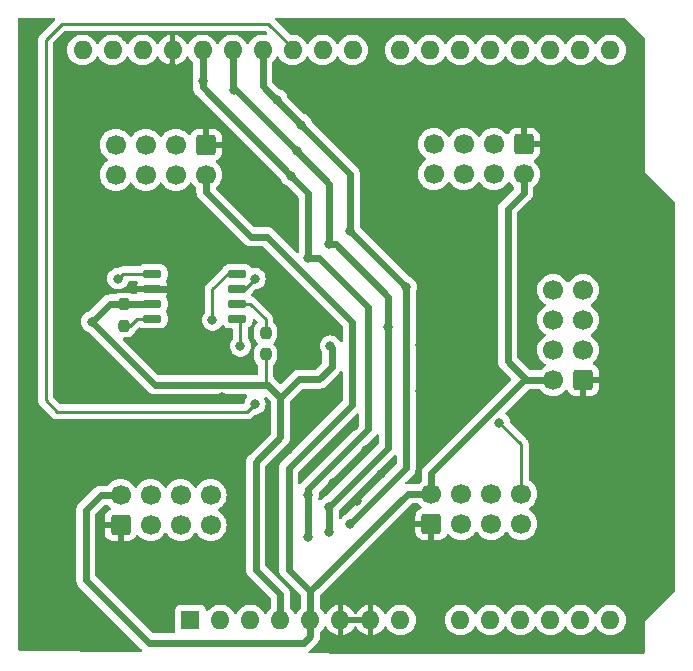
<source format=gbl>
%TF.GenerationSoftware,KiCad,Pcbnew,8.0.5*%
%TF.CreationDate,2024-09-24T00:06:34+02:00*%
%TF.ProjectId,PicoShield,5069636f-5368-4696-956c-642e6b696361,rev?*%
%TF.SameCoordinates,Original*%
%TF.FileFunction,Copper,L2,Bot*%
%TF.FilePolarity,Positive*%
%FSLAX46Y46*%
G04 Gerber Fmt 4.6, Leading zero omitted, Abs format (unit mm)*
G04 Created by KiCad (PCBNEW 8.0.5) date 2024-09-24 00:06:34*
%MOMM*%
%LPD*%
G01*
G04 APERTURE LIST*
G04 Aperture macros list*
%AMRoundRect*
0 Rectangle with rounded corners*
0 $1 Rounding radius*
0 $2 $3 $4 $5 $6 $7 $8 $9 X,Y pos of 4 corners*
0 Add a 4 corners polygon primitive as box body*
4,1,4,$2,$3,$4,$5,$6,$7,$8,$9,$2,$3,0*
0 Add four circle primitives for the rounded corners*
1,1,$1+$1,$2,$3*
1,1,$1+$1,$4,$5*
1,1,$1+$1,$6,$7*
1,1,$1+$1,$8,$9*
0 Add four rect primitives between the rounded corners*
20,1,$1+$1,$2,$3,$4,$5,0*
20,1,$1+$1,$4,$5,$6,$7,0*
20,1,$1+$1,$6,$7,$8,$9,0*
20,1,$1+$1,$8,$9,$2,$3,0*%
G04 Aperture macros list end*
%TA.AperFunction,ComponentPad*%
%ADD10RoundRect,0.250000X0.600000X-0.600000X0.600000X0.600000X-0.600000X0.600000X-0.600000X-0.600000X0*%
%TD*%
%TA.AperFunction,ComponentPad*%
%ADD11C,1.700000*%
%TD*%
%TA.AperFunction,ComponentPad*%
%ADD12RoundRect,0.250000X-0.600000X0.600000X-0.600000X-0.600000X0.600000X-0.600000X0.600000X0.600000X0*%
%TD*%
%TA.AperFunction,ComponentPad*%
%ADD13RoundRect,0.250000X0.600000X0.600000X-0.600000X0.600000X-0.600000X-0.600000X0.600000X-0.600000X0*%
%TD*%
%TA.AperFunction,ComponentPad*%
%ADD14R,1.600000X1.600000*%
%TD*%
%TA.AperFunction,ComponentPad*%
%ADD15O,1.600000X1.600000*%
%TD*%
%TA.AperFunction,SMDPad,CuDef*%
%ADD16RoundRect,0.150000X0.650000X0.150000X-0.650000X0.150000X-0.650000X-0.150000X0.650000X-0.150000X0*%
%TD*%
%TA.AperFunction,SMDPad,CuDef*%
%ADD17RoundRect,0.237500X-0.237500X0.250000X-0.237500X-0.250000X0.237500X-0.250000X0.237500X0.250000X0*%
%TD*%
%TA.AperFunction,ViaPad*%
%ADD18C,0.800000*%
%TD*%
%TA.AperFunction,Conductor*%
%ADD19C,0.600000*%
%TD*%
%TA.AperFunction,Conductor*%
%ADD20C,0.250000*%
%TD*%
G04 APERTURE END LIST*
D10*
%TO.P,J1,1,Pin_1*%
%TO.N,GND*%
X138226800Y-68376800D03*
D11*
%TO.P,J1,2,Pin_2*%
%TO.N,+5V*%
X138226800Y-65836800D03*
%TO.P,J1,3,Pin_3*%
%TO.N,MOSI*%
X140766800Y-68376800D03*
%TO.P,J1,4,Pin_4*%
%TO.N,INT1*%
X140766800Y-65836800D03*
%TO.P,J1,5,Pin_5*%
%TO.N,MISO*%
X143306800Y-68376800D03*
%TO.P,J1,6,Pin_6*%
%TO.N,RST1*%
X143306800Y-65836800D03*
%TO.P,J1,7,Pin_7*%
%TO.N,SCK*%
X145846800Y-68376800D03*
%TO.P,J1,8,Pin_8*%
%TO.N,CS2*%
X145846800Y-65836800D03*
%TD*%
D12*
%TO.P,J5,1,Pin_1*%
%TO.N,GND*%
X172364400Y-36118800D03*
D11*
%TO.P,J5,2,Pin_2*%
%TO.N,+5V*%
X172364400Y-38658800D03*
%TO.P,J5,3,Pin_3*%
%TO.N,MOSI*%
X169824400Y-36118800D03*
%TO.P,J5,4,Pin_4*%
%TO.N,INT4*%
X169824400Y-38658800D03*
%TO.P,J5,5,Pin_5*%
%TO.N,MISO*%
X167284400Y-36118800D03*
%TO.P,J5,6,Pin_6*%
%TO.N,RST4*%
X167284400Y-38658800D03*
%TO.P,J5,7,Pin_7*%
%TO.N,SCK*%
X164744400Y-36118800D03*
%TO.P,J5,8,Pin_8*%
%TO.N,CS5*%
X164744400Y-38658800D03*
%TD*%
D10*
%TO.P,J2,1,Pin_1*%
%TO.N,GND*%
X164541200Y-68275200D03*
D11*
%TO.P,J2,2,Pin_2*%
%TO.N,+5V*%
X164541200Y-65735200D03*
%TO.P,J2,3,Pin_3*%
%TO.N,MOSI*%
X167081200Y-68275200D03*
%TO.P,J2,4,Pin_4*%
%TO.N,INT2*%
X167081200Y-65735200D03*
%TO.P,J2,5,Pin_5*%
%TO.N,MISO*%
X169621200Y-68275200D03*
%TO.P,J2,6,Pin_6*%
%TO.N,RST2*%
X169621200Y-65735200D03*
%TO.P,J2,7,Pin_7*%
%TO.N,SCK*%
X172161200Y-68275200D03*
%TO.P,J2,8,Pin_8*%
%TO.N,CS3*%
X172161200Y-65735200D03*
%TD*%
D12*
%TO.P,J6,1,Pin_1*%
%TO.N,GND*%
X145440400Y-36169600D03*
D11*
%TO.P,J6,2,Pin_2*%
%TO.N,+5V*%
X145440400Y-38709600D03*
%TO.P,J6,3,Pin_3*%
%TO.N,MOSI*%
X142900400Y-36169600D03*
%TO.P,J6,4,Pin_4*%
%TO.N,INT5*%
X142900400Y-38709600D03*
%TO.P,J6,5,Pin_5*%
%TO.N,MISO*%
X140360400Y-36169600D03*
%TO.P,J6,6,Pin_6*%
%TO.N,RST5*%
X140360400Y-38709600D03*
%TO.P,J6,7,Pin_7*%
%TO.N,SCK*%
X137820400Y-36169600D03*
%TO.P,J6,8,Pin_8*%
%TO.N,CS6*%
X137820400Y-38709600D03*
%TD*%
D13*
%TO.P,J4,1,Pin_1*%
%TO.N,GND*%
X177393600Y-56083200D03*
D11*
%TO.P,J4,2,Pin_2*%
%TO.N,+5V*%
X174853600Y-56083200D03*
%TO.P,J4,3,Pin_3*%
%TO.N,MOSI*%
X177393600Y-53543200D03*
%TO.P,J4,4,Pin_4*%
%TO.N,INT3*%
X174853600Y-53543200D03*
%TO.P,J4,5,Pin_5*%
%TO.N,MISO*%
X177393600Y-51003200D03*
%TO.P,J4,6,Pin_6*%
%TO.N,RST3*%
X174853600Y-51003200D03*
%TO.P,J4,7,Pin_7*%
%TO.N,SCK*%
X177393600Y-48463200D03*
%TO.P,J4,8,Pin_8*%
%TO.N,CS4*%
X174853600Y-48463200D03*
%TD*%
D14*
%TO.P,A1,1,NC*%
%TO.N,unconnected-(A1-NC-Pad1)*%
X144145000Y-76403200D03*
D15*
%TO.P,A1,2,IOREF*%
%TO.N,unconnected-(A1-IOREF-Pad2)*%
X146685000Y-76403200D03*
%TO.P,A1,3,~{RESET}*%
%TO.N,unconnected-(A1-~{RESET}-Pad3)*%
X149225000Y-76403200D03*
%TO.P,A1,4,3V3*%
%TO.N,+3V3*%
X151765000Y-76403200D03*
%TO.P,A1,5,+5V*%
%TO.N,+5V*%
X154305000Y-76403200D03*
%TO.P,A1,6,GND*%
%TO.N,GND*%
X156845000Y-76403200D03*
%TO.P,A1,7,GND*%
X159385000Y-76403200D03*
%TO.P,A1,8,VIN*%
%TO.N,unconnected-(A1-VIN-Pad8)*%
X161925000Y-76403200D03*
%TO.P,A1,9,A0*%
%TO.N,CS2*%
X167005000Y-76403200D03*
%TO.P,A1,10,A1*%
%TO.N,RST1*%
X169545000Y-76403200D03*
%TO.P,A1,11,A2*%
%TO.N,INT1*%
X172085000Y-76403200D03*
%TO.P,A1,12,A3*%
%TO.N,CS3*%
X174625000Y-76403200D03*
%TO.P,A1,13,SDA/A4*%
%TO.N,RST2*%
X177165000Y-76403200D03*
%TO.P,A1,14,SCL/A5*%
%TO.N,INT2*%
X179705000Y-76403200D03*
%TO.P,A1,15,D0/RX*%
%TO.N,unconnected-(A1-D0{slash}RX-Pad15)*%
X179705000Y-28143200D03*
%TO.P,A1,16,D1/TX*%
%TO.N,CS4*%
X177165000Y-28143200D03*
%TO.P,A1,17,D2*%
%TO.N,RST3*%
X174625000Y-28143200D03*
%TO.P,A1,18,D3*%
%TO.N,INT3*%
X172085000Y-28143200D03*
%TO.P,A1,19,D4*%
%TO.N,CS5*%
X169545000Y-28143200D03*
%TO.P,A1,20,D5*%
%TO.N,RST4*%
X167005000Y-28143200D03*
%TO.P,A1,21,D6*%
%TO.N,INT4*%
X164465000Y-28143200D03*
%TO.P,A1,22,D7*%
%TO.N,CS6*%
X161925000Y-28143200D03*
%TO.P,A1,23,D8*%
%TO.N,RST5*%
X157865000Y-28143200D03*
%TO.P,A1,24,D9*%
%TO.N,INT5*%
X155325000Y-28143200D03*
%TO.P,A1,25,D10*%
%TO.N,CS1*%
X152785000Y-28143200D03*
%TO.P,A1,26,D11*%
%TO.N,MOSI*%
X150245000Y-28143200D03*
%TO.P,A1,27,D12*%
%TO.N,MISO*%
X147705000Y-28143200D03*
%TO.P,A1,28,D13*%
%TO.N,SCK*%
X145165000Y-28143200D03*
%TO.P,A1,29,GND*%
%TO.N,GND*%
X142625000Y-28143200D03*
%TO.P,A1,30,AREF*%
%TO.N,unconnected-(A1-AREF-Pad30)*%
X140085000Y-28143200D03*
%TO.P,A1,31,SDA/A4*%
%TO.N,unconnected-(A1-SDA{slash}A4-Pad31)*%
X137545000Y-28143200D03*
%TO.P,A1,32,SCL/A5*%
%TO.N,unconnected-(A1-SCL{slash}A5-Pad32)*%
X135005000Y-28143200D03*
%TD*%
D16*
%TO.P,U2,1,SI*%
%TO.N,MOSI_1*%
X148100000Y-47095000D03*
%TO.P,U2,2,SCK*%
%TO.N,SCK_1*%
X148100000Y-48365000D03*
%TO.P,U2,3,~{RESET}*%
%TO.N,Net-(U2-~{RESET})*%
X148100000Y-49635000D03*
%TO.P,U2,4,~{CS}*%
%TO.N,CS1_1*%
X148100000Y-50905000D03*
%TO.P,U2,5,~{WP}*%
%TO.N,Net-(U2-~{WP})*%
X140900000Y-50905000D03*
%TO.P,U2,6,VCC*%
%TO.N,+3V3*%
X140900000Y-49635000D03*
%TO.P,U2,7,GND*%
%TO.N,GND*%
X140900000Y-48365000D03*
%TO.P,U2,8,SO*%
%TO.N,MISO_1*%
X140900000Y-47095000D03*
%TD*%
D17*
%TO.P,R11,1*%
%TO.N,+3V3*%
X138500000Y-49675000D03*
%TO.P,R11,2*%
%TO.N,Net-(U2-~{WP})*%
X138500000Y-51500000D03*
%TD*%
%TO.P,R10,1*%
%TO.N,Net-(U2-~{RESET})*%
X150500000Y-52087500D03*
%TO.P,R10,2*%
%TO.N,+3V3*%
X150500000Y-53912500D03*
%TD*%
D18*
%TO.N,+3V3*%
X155983400Y-53216000D03*
X135788400Y-51155600D03*
%TO.N,GND*%
X160274000Y-64008000D03*
X153162000Y-26416000D03*
X156210000Y-64770000D03*
X138176000Y-78232000D03*
X167767000Y-57150000D03*
X163576000Y-46736000D03*
X152400000Y-61976000D03*
X175768000Y-26416000D03*
X181610000Y-74930000D03*
X152146000Y-49022000D03*
X164592000Y-76200000D03*
X154686000Y-54102000D03*
X159766000Y-29972000D03*
X148971000Y-27051000D03*
X133858000Y-35306000D03*
X133604000Y-29718000D03*
X144500000Y-50000000D03*
X156972000Y-78232000D03*
X157988000Y-59944000D03*
X159004000Y-61976000D03*
X180848000Y-78232000D03*
X142621000Y-29591000D03*
X181356000Y-61976000D03*
X141000000Y-53500000D03*
X172212000Y-46482000D03*
X136000000Y-46000000D03*
X163576000Y-53086000D03*
X130556000Y-26670000D03*
X154432000Y-63246000D03*
X151892000Y-55372000D03*
X143891000Y-27051000D03*
X140081000Y-61976000D03*
X138176000Y-55880000D03*
X154432000Y-50292000D03*
X158242000Y-66294000D03*
X166243000Y-59436000D03*
X135636000Y-36576000D03*
X183896000Y-72898000D03*
X167894000Y-46736000D03*
X136017000Y-61849000D03*
X172212000Y-33782000D03*
X184150000Y-42926000D03*
X163830000Y-41910000D03*
X167767000Y-53086000D03*
X173990000Y-46736000D03*
X147000000Y-53500000D03*
X151892000Y-30226000D03*
X156210000Y-56896000D03*
X145796000Y-60960000D03*
X156464000Y-26416000D03*
X150876000Y-39878000D03*
X152146000Y-42926000D03*
X159766000Y-26416000D03*
X130556000Y-43815000D03*
X147066000Y-44450000D03*
X130810000Y-69850000D03*
X148082000Y-72390000D03*
X167894000Y-78232000D03*
X131064000Y-78232000D03*
X138684000Y-27051000D03*
X163576000Y-57023000D03*
X130810000Y-60960000D03*
X137414000Y-30480000D03*
X183896000Y-59690000D03*
X180340000Y-54356000D03*
X180848000Y-38862000D03*
X140716000Y-72136000D03*
X183896000Y-66548000D03*
X180848000Y-30480000D03*
X179578000Y-57150000D03*
X130556000Y-39624000D03*
X161544000Y-69088000D03*
X167894000Y-26162000D03*
X146812000Y-57531000D03*
X181610000Y-68072000D03*
%TO.N,CS1*%
X149606000Y-58115200D03*
%TO.N,MOSI*%
X153543000Y-34467800D03*
X162407600Y-48209200D03*
X157683200Y-68275200D03*
X157683200Y-43484800D03*
X151485600Y-32359600D03*
%TO.N,MISO*%
X153162000Y-36728400D03*
X160883600Y-51562000D03*
X147828000Y-31546800D03*
X155905200Y-68935600D03*
X155905200Y-44602400D03*
X155905200Y-66802000D03*
%TO.N,SCK*%
X145237200Y-30734000D03*
X152654000Y-38811200D03*
X154127200Y-45720000D03*
X154127200Y-65836800D03*
X154127200Y-69392800D03*
%TO.N,CS1_1*%
X148363400Y-53216000D03*
%TO.N,MOSI_1*%
X146000000Y-51000000D03*
%TO.N,SCK_1*%
X149606000Y-47500000D03*
%TO.N,MISO_1*%
X138000000Y-47500000D03*
%TO.N,CS3*%
X170307000Y-59690000D03*
%TD*%
D19*
%TO.N,+3V3*%
X149656800Y-72136000D02*
X149656800Y-63042800D01*
X155041600Y-56032400D02*
X156108400Y-54965600D01*
X145000000Y-56500000D02*
X141132800Y-56500000D01*
X156108400Y-54965600D02*
X156108400Y-53341000D01*
X138500000Y-49675000D02*
X140860000Y-49675000D01*
X153314400Y-56032400D02*
X155041600Y-56032400D01*
X137309000Y-49635000D02*
X140900000Y-49635000D01*
X150683200Y-56500000D02*
X145000000Y-56500000D01*
X151765000Y-74244200D02*
X149656800Y-72136000D01*
X151765000Y-57581800D02*
X150683200Y-56500000D01*
X151765000Y-60934600D02*
X151765000Y-57581800D01*
X149656800Y-63042800D02*
X151765000Y-60934600D01*
X151765000Y-57581800D02*
X153314400Y-56032400D01*
X135788400Y-51155600D02*
X137309000Y-49635000D01*
X156108400Y-53341000D02*
X155983400Y-53216000D01*
X151765000Y-76403200D02*
X151765000Y-74244200D01*
D20*
X150500000Y-53912500D02*
X150500000Y-56316800D01*
D19*
X140860000Y-49675000D02*
X140900000Y-49635000D01*
X141132800Y-56500000D02*
X135788400Y-51155600D01*
D20*
X150500000Y-56316800D02*
X150683200Y-56500000D01*
D19*
%TO.N,GND*%
X143151000Y-48365000D02*
X147066000Y-44450000D01*
X140900000Y-48365000D02*
X143151000Y-48365000D01*
D20*
%TO.N,CS1*%
X152785000Y-28143200D02*
X152785000Y-27944000D01*
X152785000Y-27944000D02*
X150749000Y-25908000D01*
X131876800Y-27279600D02*
X131876800Y-57810400D01*
X133248400Y-25908000D02*
X131876800Y-27279600D01*
X131876800Y-57810400D02*
X132842000Y-58775600D01*
X150749000Y-25908000D02*
X133248400Y-25908000D01*
X148945600Y-58775600D02*
X149606000Y-58115200D01*
X132842000Y-58775600D02*
X148945600Y-58775600D01*
D19*
%TO.N,MOSI*%
X157683200Y-38608000D02*
X157683200Y-43484800D01*
X153543000Y-34467800D02*
X157683200Y-38608000D01*
X157683200Y-43484800D02*
X162407600Y-48209200D01*
X162407600Y-63550800D02*
X157683200Y-68275200D01*
X150245000Y-31169800D02*
X153543000Y-34467800D01*
X150245000Y-28143200D02*
X150245000Y-31169800D01*
X162407600Y-48209200D02*
X162407600Y-63550800D01*
%TO.N,MISO*%
X160883600Y-49022000D02*
X160883600Y-51562000D01*
X160883600Y-61823600D02*
X155905200Y-66802000D01*
X155905200Y-66802000D02*
X155905200Y-68935600D01*
X155905200Y-44602400D02*
X156464000Y-44602400D01*
X160883600Y-51562000D02*
X160883600Y-61823600D01*
X156464000Y-44602400D02*
X160883600Y-49022000D01*
X147705000Y-31271400D02*
X153162000Y-36728400D01*
X155905200Y-39471600D02*
X155905200Y-44602400D01*
X153162000Y-36728400D02*
X155905200Y-39471600D01*
X147705000Y-28143200D02*
X147705000Y-31271400D01*
%TO.N,SCK*%
X154127200Y-40284400D02*
X154127200Y-45720000D01*
X155041600Y-45720000D02*
X159207200Y-49885600D01*
X154127200Y-65328800D02*
X154127200Y-69392800D01*
X159207200Y-60248800D02*
X154127200Y-65328800D01*
X145165000Y-31322200D02*
X152654000Y-38811200D01*
X152654000Y-38811200D02*
X154127200Y-40284400D01*
X145165000Y-30734000D02*
X145165000Y-31322200D01*
X159207200Y-49885600D02*
X159207200Y-60248800D01*
X154127200Y-45720000D02*
X155041600Y-45720000D01*
X145165000Y-28143200D02*
X145165000Y-30734000D01*
D20*
%TO.N,CS1_1*%
X148363400Y-51168400D02*
X148100000Y-50905000D01*
X148363400Y-53216000D02*
X148363400Y-51168400D01*
%TO.N,MOSI_1*%
X146000000Y-48395001D02*
X147300001Y-47095000D01*
X147300001Y-47095000D02*
X148100000Y-47095000D01*
X146000000Y-51000000D02*
X146000000Y-48395001D01*
%TO.N,SCK_1*%
X148100000Y-48365000D02*
X148741000Y-48365000D01*
X148741000Y-48365000D02*
X149606000Y-47500000D01*
%TO.N,MISO_1*%
X138000000Y-47500000D02*
X138405000Y-47095000D01*
X138405000Y-47095000D02*
X140900000Y-47095000D01*
D19*
%TO.N,+5V*%
X164541200Y-65735200D02*
X164541200Y-63957200D01*
X154305000Y-76403200D02*
X154305000Y-77749400D01*
X172567600Y-56083200D02*
X170992800Y-54508400D01*
X153720800Y-78333600D02*
X140614400Y-78333600D01*
X140614400Y-78333600D02*
X135280400Y-72999600D01*
X149250400Y-43942000D02*
X145440400Y-40132000D01*
X136550400Y-65836800D02*
X138226800Y-65836800D01*
X157835600Y-51155600D02*
X150622000Y-43942000D01*
X164541200Y-63957200D02*
X172415200Y-56083200D01*
X172364400Y-40233600D02*
X172364400Y-38658800D01*
X170992800Y-41605200D02*
X172364400Y-40233600D01*
X154305000Y-76403200D02*
X154305000Y-73990200D01*
X170992800Y-54508400D02*
X170992800Y-41605200D01*
X154305000Y-73990200D02*
X152450800Y-72136000D01*
X135280400Y-67106800D02*
X136550400Y-65836800D01*
X154305000Y-77749400D02*
X153720800Y-78333600D01*
X152450800Y-72136000D02*
X152450800Y-63550800D01*
X162560000Y-65735200D02*
X164541200Y-65735200D01*
X145440400Y-40132000D02*
X145440400Y-38709600D01*
X150622000Y-43942000D02*
X149250400Y-43942000D01*
X172567600Y-56083200D02*
X174853600Y-56083200D01*
X172415200Y-56083200D02*
X172567600Y-56083200D01*
X152450800Y-63550800D02*
X157835600Y-58166000D01*
X157835600Y-58166000D02*
X157835600Y-51155600D01*
X154305000Y-73990200D02*
X162560000Y-65735200D01*
X135280400Y-72999600D02*
X135280400Y-67106800D01*
D20*
%TO.N,CS3*%
X172161200Y-61544200D02*
X170307000Y-59690000D01*
X172161200Y-65735200D02*
X172161200Y-61544200D01*
%TO.N,Net-(U2-~{RESET})*%
X149222500Y-49635000D02*
X150500000Y-50912500D01*
X149222500Y-49635000D02*
X148100000Y-49635000D01*
X150500000Y-50912500D02*
X150500000Y-52087500D01*
%TO.N,Net-(U2-~{WP})*%
X139000000Y-51500000D02*
X139595000Y-50905000D01*
X139595000Y-50905000D02*
X140900000Y-50905000D01*
X138500000Y-51500000D02*
X139000000Y-51500000D01*
%TD*%
%TA.AperFunction,Conductor*%
%TO.N,GND*%
G36*
X180863677Y-25419685D02*
G01*
X180884319Y-25436319D01*
X182589681Y-27141681D01*
X182623166Y-27203004D01*
X182626000Y-27229362D01*
X182626000Y-38481000D01*
X185129681Y-40984681D01*
X185163166Y-41046004D01*
X185166000Y-41072362D01*
X185166000Y-73862638D01*
X185146315Y-73929677D01*
X185129681Y-73950319D01*
X182626000Y-76453999D01*
X182626000Y-79124000D01*
X182606315Y-79191039D01*
X182553511Y-79236794D01*
X182502000Y-79248000D01*
X157480577Y-79248000D01*
X157479450Y-79247995D01*
X154244821Y-79218589D01*
X154177963Y-79198296D01*
X154132690Y-79145078D01*
X154123376Y-79075832D01*
X154152977Y-79012543D01*
X154177056Y-78991492D01*
X154231089Y-78955389D01*
X154926789Y-78259689D01*
X155014394Y-78128579D01*
X155074738Y-77982897D01*
X155105500Y-77828242D01*
X155105500Y-77670557D01*
X155105500Y-77493249D01*
X155125185Y-77426210D01*
X155141819Y-77405568D01*
X155305045Y-77242341D01*
X155305047Y-77242339D01*
X155435568Y-77055934D01*
X155462895Y-76997329D01*
X155509064Y-76944895D01*
X155576257Y-76925742D01*
X155643139Y-76945957D01*
X155687657Y-76997333D01*
X155714865Y-77055682D01*
X155845342Y-77242020D01*
X156006179Y-77402857D01*
X156192517Y-77533334D01*
X156398673Y-77629465D01*
X156398682Y-77629469D01*
X156594999Y-77682072D01*
X156595000Y-77682071D01*
X156595000Y-76836212D01*
X156652007Y-76869125D01*
X156779174Y-76903200D01*
X156910826Y-76903200D01*
X157037993Y-76869125D01*
X157095000Y-76836212D01*
X157095000Y-77682072D01*
X157291317Y-77629469D01*
X157291326Y-77629465D01*
X157497482Y-77533334D01*
X157683820Y-77402857D01*
X157844657Y-77242020D01*
X157975134Y-77055681D01*
X157975135Y-77055679D01*
X158002618Y-76996743D01*
X158048790Y-76944303D01*
X158115983Y-76925151D01*
X158182864Y-76945366D01*
X158227382Y-76996743D01*
X158254864Y-77055679D01*
X158254865Y-77055681D01*
X158385342Y-77242020D01*
X158546179Y-77402857D01*
X158732517Y-77533334D01*
X158938673Y-77629465D01*
X158938682Y-77629469D01*
X159134999Y-77682072D01*
X159135000Y-77682071D01*
X159135000Y-76836212D01*
X159192007Y-76869125D01*
X159319174Y-76903200D01*
X159450826Y-76903200D01*
X159577993Y-76869125D01*
X159635000Y-76836212D01*
X159635000Y-77682072D01*
X159831317Y-77629469D01*
X159831326Y-77629465D01*
X160037482Y-77533334D01*
X160223820Y-77402857D01*
X160384657Y-77242020D01*
X160515132Y-77055684D01*
X160542341Y-76997334D01*
X160588513Y-76944895D01*
X160655707Y-76925742D01*
X160722588Y-76945957D01*
X160767106Y-76997333D01*
X160794431Y-77055932D01*
X160794432Y-77055934D01*
X160924954Y-77242341D01*
X161085858Y-77403245D01*
X161085861Y-77403247D01*
X161272266Y-77533768D01*
X161478504Y-77629939D01*
X161698308Y-77688835D01*
X161860230Y-77703001D01*
X161924998Y-77708668D01*
X161925000Y-77708668D01*
X161925002Y-77708668D01*
X161981673Y-77703709D01*
X162151692Y-77688835D01*
X162371496Y-77629939D01*
X162577734Y-77533768D01*
X162764139Y-77403247D01*
X162925047Y-77242339D01*
X163055568Y-77055934D01*
X163151739Y-76849696D01*
X163210635Y-76629892D01*
X163230468Y-76403200D01*
X163230468Y-76403198D01*
X165699532Y-76403198D01*
X165699532Y-76403201D01*
X165719364Y-76629886D01*
X165719366Y-76629897D01*
X165778258Y-76849688D01*
X165778261Y-76849697D01*
X165874431Y-77055932D01*
X165874432Y-77055934D01*
X166004954Y-77242341D01*
X166165858Y-77403245D01*
X166165861Y-77403247D01*
X166352266Y-77533768D01*
X166558504Y-77629939D01*
X166778308Y-77688835D01*
X166940230Y-77703001D01*
X167004998Y-77708668D01*
X167005000Y-77708668D01*
X167005002Y-77708668D01*
X167061673Y-77703709D01*
X167231692Y-77688835D01*
X167451496Y-77629939D01*
X167657734Y-77533768D01*
X167844139Y-77403247D01*
X168005047Y-77242339D01*
X168135568Y-77055934D01*
X168162618Y-76997924D01*
X168208790Y-76945485D01*
X168275983Y-76926333D01*
X168342865Y-76946548D01*
X168387382Y-76997925D01*
X168414429Y-77055928D01*
X168414432Y-77055934D01*
X168544954Y-77242341D01*
X168705858Y-77403245D01*
X168705861Y-77403247D01*
X168892266Y-77533768D01*
X169098504Y-77629939D01*
X169318308Y-77688835D01*
X169480230Y-77703001D01*
X169544998Y-77708668D01*
X169545000Y-77708668D01*
X169545002Y-77708668D01*
X169601673Y-77703709D01*
X169771692Y-77688835D01*
X169991496Y-77629939D01*
X170197734Y-77533768D01*
X170384139Y-77403247D01*
X170545047Y-77242339D01*
X170675568Y-77055934D01*
X170702618Y-76997924D01*
X170748790Y-76945485D01*
X170815983Y-76926333D01*
X170882865Y-76946548D01*
X170927382Y-76997925D01*
X170954429Y-77055928D01*
X170954432Y-77055934D01*
X171084954Y-77242341D01*
X171245858Y-77403245D01*
X171245861Y-77403247D01*
X171432266Y-77533768D01*
X171638504Y-77629939D01*
X171858308Y-77688835D01*
X172020230Y-77703001D01*
X172084998Y-77708668D01*
X172085000Y-77708668D01*
X172085002Y-77708668D01*
X172141673Y-77703709D01*
X172311692Y-77688835D01*
X172531496Y-77629939D01*
X172737734Y-77533768D01*
X172924139Y-77403247D01*
X173085047Y-77242339D01*
X173215568Y-77055934D01*
X173242618Y-76997924D01*
X173288790Y-76945485D01*
X173355983Y-76926333D01*
X173422865Y-76946548D01*
X173467382Y-76997925D01*
X173494429Y-77055928D01*
X173494432Y-77055934D01*
X173624954Y-77242341D01*
X173785858Y-77403245D01*
X173785861Y-77403247D01*
X173972266Y-77533768D01*
X174178504Y-77629939D01*
X174398308Y-77688835D01*
X174560230Y-77703001D01*
X174624998Y-77708668D01*
X174625000Y-77708668D01*
X174625002Y-77708668D01*
X174681673Y-77703709D01*
X174851692Y-77688835D01*
X175071496Y-77629939D01*
X175277734Y-77533768D01*
X175464139Y-77403247D01*
X175625047Y-77242339D01*
X175755568Y-77055934D01*
X175782618Y-76997924D01*
X175828790Y-76945485D01*
X175895983Y-76926333D01*
X175962865Y-76946548D01*
X176007382Y-76997925D01*
X176034429Y-77055928D01*
X176034432Y-77055934D01*
X176164954Y-77242341D01*
X176325858Y-77403245D01*
X176325861Y-77403247D01*
X176512266Y-77533768D01*
X176718504Y-77629939D01*
X176938308Y-77688835D01*
X177100230Y-77703001D01*
X177164998Y-77708668D01*
X177165000Y-77708668D01*
X177165002Y-77708668D01*
X177221673Y-77703709D01*
X177391692Y-77688835D01*
X177611496Y-77629939D01*
X177817734Y-77533768D01*
X178004139Y-77403247D01*
X178165047Y-77242339D01*
X178295568Y-77055934D01*
X178322618Y-76997924D01*
X178368790Y-76945485D01*
X178435983Y-76926333D01*
X178502865Y-76946548D01*
X178547382Y-76997925D01*
X178574429Y-77055928D01*
X178574432Y-77055934D01*
X178704954Y-77242341D01*
X178865858Y-77403245D01*
X178865861Y-77403247D01*
X179052266Y-77533768D01*
X179258504Y-77629939D01*
X179478308Y-77688835D01*
X179640230Y-77703001D01*
X179704998Y-77708668D01*
X179705000Y-77708668D01*
X179705002Y-77708668D01*
X179761673Y-77703709D01*
X179931692Y-77688835D01*
X180151496Y-77629939D01*
X180357734Y-77533768D01*
X180544139Y-77403247D01*
X180705047Y-77242339D01*
X180835568Y-77055934D01*
X180931739Y-76849696D01*
X180990635Y-76629892D01*
X181010468Y-76403200D01*
X180990635Y-76176508D01*
X180931739Y-75956704D01*
X180835568Y-75750466D01*
X180705047Y-75564061D01*
X180705045Y-75564058D01*
X180544141Y-75403154D01*
X180357734Y-75272632D01*
X180357732Y-75272631D01*
X180151497Y-75176461D01*
X180151488Y-75176458D01*
X179931697Y-75117566D01*
X179931693Y-75117565D01*
X179931692Y-75117565D01*
X179931691Y-75117564D01*
X179931686Y-75117564D01*
X179705002Y-75097732D01*
X179704998Y-75097732D01*
X179478313Y-75117564D01*
X179478302Y-75117566D01*
X179258511Y-75176458D01*
X179258502Y-75176461D01*
X179052267Y-75272631D01*
X179052265Y-75272632D01*
X178865858Y-75403154D01*
X178704954Y-75564058D01*
X178574432Y-75750465D01*
X178574431Y-75750467D01*
X178547382Y-75808475D01*
X178501209Y-75860914D01*
X178434016Y-75880066D01*
X178367135Y-75859850D01*
X178322618Y-75808475D01*
X178295686Y-75750720D01*
X178295568Y-75750466D01*
X178165047Y-75564061D01*
X178165045Y-75564058D01*
X178004141Y-75403154D01*
X177817734Y-75272632D01*
X177817732Y-75272631D01*
X177611497Y-75176461D01*
X177611488Y-75176458D01*
X177391697Y-75117566D01*
X177391693Y-75117565D01*
X177391692Y-75117565D01*
X177391691Y-75117564D01*
X177391686Y-75117564D01*
X177165002Y-75097732D01*
X177164998Y-75097732D01*
X176938313Y-75117564D01*
X176938302Y-75117566D01*
X176718511Y-75176458D01*
X176718502Y-75176461D01*
X176512267Y-75272631D01*
X176512265Y-75272632D01*
X176325858Y-75403154D01*
X176164954Y-75564058D01*
X176034432Y-75750465D01*
X176034431Y-75750467D01*
X176007382Y-75808475D01*
X175961209Y-75860914D01*
X175894016Y-75880066D01*
X175827135Y-75859850D01*
X175782618Y-75808475D01*
X175755686Y-75750720D01*
X175755568Y-75750466D01*
X175625047Y-75564061D01*
X175625045Y-75564058D01*
X175464141Y-75403154D01*
X175277734Y-75272632D01*
X175277732Y-75272631D01*
X175071497Y-75176461D01*
X175071488Y-75176458D01*
X174851697Y-75117566D01*
X174851693Y-75117565D01*
X174851692Y-75117565D01*
X174851691Y-75117564D01*
X174851686Y-75117564D01*
X174625002Y-75097732D01*
X174624998Y-75097732D01*
X174398313Y-75117564D01*
X174398302Y-75117566D01*
X174178511Y-75176458D01*
X174178502Y-75176461D01*
X173972267Y-75272631D01*
X173972265Y-75272632D01*
X173785858Y-75403154D01*
X173624954Y-75564058D01*
X173494432Y-75750465D01*
X173494431Y-75750467D01*
X173467382Y-75808475D01*
X173421209Y-75860914D01*
X173354016Y-75880066D01*
X173287135Y-75859850D01*
X173242618Y-75808475D01*
X173215686Y-75750720D01*
X173215568Y-75750466D01*
X173085047Y-75564061D01*
X173085045Y-75564058D01*
X172924141Y-75403154D01*
X172737734Y-75272632D01*
X172737732Y-75272631D01*
X172531497Y-75176461D01*
X172531488Y-75176458D01*
X172311697Y-75117566D01*
X172311693Y-75117565D01*
X172311692Y-75117565D01*
X172311691Y-75117564D01*
X172311686Y-75117564D01*
X172085002Y-75097732D01*
X172084998Y-75097732D01*
X171858313Y-75117564D01*
X171858302Y-75117566D01*
X171638511Y-75176458D01*
X171638502Y-75176461D01*
X171432267Y-75272631D01*
X171432265Y-75272632D01*
X171245858Y-75403154D01*
X171084954Y-75564058D01*
X170954432Y-75750465D01*
X170954431Y-75750467D01*
X170927382Y-75808475D01*
X170881209Y-75860914D01*
X170814016Y-75880066D01*
X170747135Y-75859850D01*
X170702618Y-75808475D01*
X170675686Y-75750720D01*
X170675568Y-75750466D01*
X170545047Y-75564061D01*
X170545045Y-75564058D01*
X170384141Y-75403154D01*
X170197734Y-75272632D01*
X170197732Y-75272631D01*
X169991497Y-75176461D01*
X169991488Y-75176458D01*
X169771697Y-75117566D01*
X169771693Y-75117565D01*
X169771692Y-75117565D01*
X169771691Y-75117564D01*
X169771686Y-75117564D01*
X169545002Y-75097732D01*
X169544998Y-75097732D01*
X169318313Y-75117564D01*
X169318302Y-75117566D01*
X169098511Y-75176458D01*
X169098502Y-75176461D01*
X168892267Y-75272631D01*
X168892265Y-75272632D01*
X168705858Y-75403154D01*
X168544954Y-75564058D01*
X168414432Y-75750465D01*
X168414431Y-75750467D01*
X168387382Y-75808475D01*
X168341209Y-75860914D01*
X168274016Y-75880066D01*
X168207135Y-75859850D01*
X168162618Y-75808475D01*
X168135686Y-75750720D01*
X168135568Y-75750466D01*
X168005047Y-75564061D01*
X168005045Y-75564058D01*
X167844141Y-75403154D01*
X167657734Y-75272632D01*
X167657732Y-75272631D01*
X167451497Y-75176461D01*
X167451488Y-75176458D01*
X167231697Y-75117566D01*
X167231693Y-75117565D01*
X167231692Y-75117565D01*
X167231691Y-75117564D01*
X167231686Y-75117564D01*
X167005002Y-75097732D01*
X167004998Y-75097732D01*
X166778313Y-75117564D01*
X166778302Y-75117566D01*
X166558511Y-75176458D01*
X166558502Y-75176461D01*
X166352267Y-75272631D01*
X166352265Y-75272632D01*
X166165858Y-75403154D01*
X166004954Y-75564058D01*
X165874432Y-75750465D01*
X165874431Y-75750467D01*
X165778261Y-75956702D01*
X165778258Y-75956711D01*
X165719366Y-76176502D01*
X165719364Y-76176513D01*
X165699532Y-76403198D01*
X163230468Y-76403198D01*
X163210635Y-76176508D01*
X163151739Y-75956704D01*
X163055568Y-75750466D01*
X162925047Y-75564061D01*
X162925045Y-75564058D01*
X162764141Y-75403154D01*
X162577734Y-75272632D01*
X162577732Y-75272631D01*
X162371497Y-75176461D01*
X162371488Y-75176458D01*
X162151697Y-75117566D01*
X162151693Y-75117565D01*
X162151692Y-75117565D01*
X162151691Y-75117564D01*
X162151686Y-75117564D01*
X161925002Y-75097732D01*
X161924998Y-75097732D01*
X161698313Y-75117564D01*
X161698302Y-75117566D01*
X161478511Y-75176458D01*
X161478502Y-75176461D01*
X161272267Y-75272631D01*
X161272265Y-75272632D01*
X161085858Y-75403154D01*
X160924954Y-75564058D01*
X160794433Y-75750464D01*
X160794432Y-75750466D01*
X160794315Y-75750718D01*
X160767106Y-75809067D01*
X160720933Y-75861506D01*
X160653739Y-75880657D01*
X160586858Y-75860441D01*
X160542342Y-75809065D01*
X160515135Y-75750720D01*
X160515134Y-75750718D01*
X160384657Y-75564379D01*
X160223820Y-75403542D01*
X160037482Y-75273065D01*
X159831328Y-75176934D01*
X159635000Y-75124327D01*
X159635000Y-75970188D01*
X159577993Y-75937275D01*
X159450826Y-75903200D01*
X159319174Y-75903200D01*
X159192007Y-75937275D01*
X159135000Y-75970188D01*
X159135000Y-75124327D01*
X158938671Y-75176934D01*
X158732517Y-75273065D01*
X158546179Y-75403542D01*
X158385342Y-75564379D01*
X158254865Y-75750717D01*
X158227382Y-75809657D01*
X158181210Y-75862096D01*
X158114016Y-75881248D01*
X158047135Y-75861032D01*
X158002618Y-75809657D01*
X157975134Y-75750717D01*
X157844657Y-75564379D01*
X157683820Y-75403542D01*
X157497482Y-75273065D01*
X157291328Y-75176934D01*
X157095000Y-75124327D01*
X157095000Y-75970188D01*
X157037993Y-75937275D01*
X156910826Y-75903200D01*
X156779174Y-75903200D01*
X156652007Y-75937275D01*
X156595000Y-75970188D01*
X156595000Y-75124327D01*
X156398671Y-75176934D01*
X156192517Y-75273065D01*
X156006179Y-75403542D01*
X155845342Y-75564379D01*
X155714867Y-75750715D01*
X155687657Y-75809067D01*
X155641484Y-75861506D01*
X155574290Y-75880657D01*
X155507409Y-75860441D01*
X155462893Y-75809065D01*
X155435685Y-75750718D01*
X155435568Y-75750466D01*
X155305047Y-75564061D01*
X155305045Y-75564058D01*
X155141819Y-75400832D01*
X155108334Y-75339509D01*
X155105500Y-75313151D01*
X155105500Y-74373140D01*
X155125185Y-74306101D01*
X155141819Y-74285459D01*
X162855259Y-66572019D01*
X162916582Y-66538534D01*
X162942940Y-66535700D01*
X163388509Y-66535700D01*
X163455548Y-66555385D01*
X163490083Y-66588575D01*
X163502701Y-66606596D01*
X163502708Y-66606605D01*
X163669797Y-66773693D01*
X163671619Y-66775222D01*
X163672201Y-66776097D01*
X163673627Y-66777523D01*
X163673340Y-66777809D01*
X163710319Y-66833395D01*
X163711424Y-66903256D01*
X163674584Y-66962624D01*
X163630919Y-66987912D01*
X163622083Y-66990840D01*
X163622075Y-66990843D01*
X163472854Y-67082884D01*
X163348884Y-67206854D01*
X163256843Y-67356075D01*
X163256841Y-67356080D01*
X163201694Y-67522502D01*
X163201693Y-67522509D01*
X163191200Y-67625213D01*
X163191200Y-68025200D01*
X164108188Y-68025200D01*
X164075275Y-68082207D01*
X164041200Y-68209374D01*
X164041200Y-68341026D01*
X164075275Y-68468193D01*
X164108188Y-68525200D01*
X163191201Y-68525200D01*
X163191201Y-68925186D01*
X163201694Y-69027897D01*
X163256841Y-69194319D01*
X163256843Y-69194324D01*
X163348884Y-69343545D01*
X163472854Y-69467515D01*
X163622075Y-69559556D01*
X163622080Y-69559558D01*
X163788502Y-69614705D01*
X163788509Y-69614706D01*
X163891219Y-69625199D01*
X164291199Y-69625199D01*
X164291200Y-69625198D01*
X164291200Y-68708212D01*
X164348207Y-68741125D01*
X164475374Y-68775200D01*
X164607026Y-68775200D01*
X164734193Y-68741125D01*
X164791200Y-68708212D01*
X164791200Y-69625199D01*
X165191172Y-69625199D01*
X165191186Y-69625198D01*
X165293897Y-69614705D01*
X165460319Y-69559558D01*
X165460324Y-69559556D01*
X165609545Y-69467515D01*
X165733515Y-69343545D01*
X165825556Y-69194324D01*
X165825557Y-69194320D01*
X165828484Y-69185489D01*
X165868255Y-69128043D01*
X165932770Y-69101218D01*
X166001546Y-69113531D01*
X166038768Y-69142881D01*
X166038877Y-69142773D01*
X166039790Y-69143686D01*
X166041176Y-69144779D01*
X166042701Y-69146596D01*
X166042705Y-69146601D01*
X166209799Y-69313695D01*
X166305782Y-69380903D01*
X166403365Y-69449232D01*
X166403367Y-69449233D01*
X166403370Y-69449235D01*
X166617537Y-69549103D01*
X166617543Y-69549104D01*
X166617544Y-69549105D01*
X166656556Y-69559558D01*
X166845792Y-69610263D01*
X167034118Y-69626739D01*
X167081199Y-69630859D01*
X167081200Y-69630859D01*
X167081201Y-69630859D01*
X167120434Y-69627426D01*
X167316608Y-69610263D01*
X167544863Y-69549103D01*
X167759030Y-69449235D01*
X167952601Y-69313695D01*
X168119695Y-69146601D01*
X168249625Y-68961042D01*
X168304202Y-68917417D01*
X168373700Y-68910223D01*
X168436055Y-68941746D01*
X168452775Y-68961042D01*
X168582700Y-69146595D01*
X168582705Y-69146601D01*
X168749799Y-69313695D01*
X168845782Y-69380903D01*
X168943365Y-69449232D01*
X168943367Y-69449233D01*
X168943370Y-69449235D01*
X169157537Y-69549103D01*
X169157543Y-69549104D01*
X169157544Y-69549105D01*
X169196556Y-69559558D01*
X169385792Y-69610263D01*
X169574118Y-69626739D01*
X169621199Y-69630859D01*
X169621200Y-69630859D01*
X169621201Y-69630859D01*
X169660434Y-69627426D01*
X169856608Y-69610263D01*
X170084863Y-69549103D01*
X170299030Y-69449235D01*
X170492601Y-69313695D01*
X170659695Y-69146601D01*
X170789625Y-68961042D01*
X170844202Y-68917417D01*
X170913700Y-68910223D01*
X170976055Y-68941746D01*
X170992775Y-68961042D01*
X171122700Y-69146595D01*
X171122705Y-69146601D01*
X171289799Y-69313695D01*
X171385782Y-69380903D01*
X171483365Y-69449232D01*
X171483367Y-69449233D01*
X171483370Y-69449235D01*
X171697537Y-69549103D01*
X171697543Y-69549104D01*
X171697544Y-69549105D01*
X171736556Y-69559558D01*
X171925792Y-69610263D01*
X172114118Y-69626739D01*
X172161199Y-69630859D01*
X172161200Y-69630859D01*
X172161201Y-69630859D01*
X172200434Y-69627426D01*
X172396608Y-69610263D01*
X172624863Y-69549103D01*
X172839030Y-69449235D01*
X173032601Y-69313695D01*
X173199695Y-69146601D01*
X173335235Y-68953030D01*
X173435103Y-68738863D01*
X173496263Y-68510608D01*
X173516859Y-68275200D01*
X173496263Y-68039792D01*
X173435103Y-67811537D01*
X173335235Y-67597371D01*
X173329625Y-67589358D01*
X173199694Y-67403797D01*
X173032602Y-67236706D01*
X173032596Y-67236701D01*
X172847042Y-67106775D01*
X172803417Y-67052198D01*
X172796223Y-66982700D01*
X172827746Y-66920345D01*
X172847042Y-66903625D01*
X172882034Y-66879123D01*
X173032601Y-66773695D01*
X173199695Y-66606601D01*
X173335235Y-66413030D01*
X173435103Y-66198863D01*
X173496263Y-65970608D01*
X173516859Y-65735200D01*
X173496263Y-65499792D01*
X173435103Y-65271537D01*
X173335235Y-65057371D01*
X173329625Y-65049358D01*
X173199694Y-64863797D01*
X173032602Y-64696706D01*
X173032601Y-64696705D01*
X172899293Y-64603361D01*
X172839576Y-64561547D01*
X172795951Y-64506970D01*
X172786700Y-64459972D01*
X172786700Y-61482593D01*
X172786699Y-61482589D01*
X172778359Y-61440659D01*
X172762663Y-61361748D01*
X172742600Y-61313311D01*
X172742599Y-61313308D01*
X172715513Y-61247916D01*
X172684706Y-61201811D01*
X172684706Y-61201810D01*
X172647061Y-61145471D01*
X172647055Y-61145463D01*
X172556837Y-61055245D01*
X172556806Y-61055216D01*
X171245960Y-59744370D01*
X171212475Y-59683047D01*
X171210323Y-59669671D01*
X171192674Y-59501744D01*
X171134179Y-59321716D01*
X171039533Y-59157784D01*
X170912871Y-59017112D01*
X170856855Y-58976414D01*
X170814190Y-58921086D01*
X170808211Y-58851472D01*
X170840816Y-58789677D01*
X170841982Y-58788494D01*
X172710459Y-56920019D01*
X172771782Y-56886534D01*
X172798140Y-56883700D01*
X173700909Y-56883700D01*
X173767948Y-56903385D01*
X173802483Y-56936575D01*
X173813427Y-56952205D01*
X173815108Y-56954605D01*
X173982197Y-57121693D01*
X173982199Y-57121695D01*
X174078984Y-57189465D01*
X174175765Y-57257232D01*
X174175767Y-57257233D01*
X174175770Y-57257235D01*
X174389937Y-57357103D01*
X174389943Y-57357104D01*
X174389944Y-57357105D01*
X174428956Y-57367558D01*
X174618192Y-57418263D01*
X174806518Y-57434739D01*
X174853599Y-57438859D01*
X174853600Y-57438859D01*
X174853601Y-57438859D01*
X174892834Y-57435426D01*
X175089008Y-57418263D01*
X175317263Y-57357103D01*
X175531430Y-57257235D01*
X175725001Y-57121695D01*
X175892095Y-56954601D01*
X175892105Y-56954585D01*
X175893615Y-56952788D01*
X175894490Y-56952205D01*
X175895923Y-56950773D01*
X175896210Y-56951060D01*
X175951785Y-56914084D01*
X176021646Y-56912972D01*
X176081018Y-56949807D01*
X176106313Y-56993483D01*
X176109240Y-57002317D01*
X176109243Y-57002324D01*
X176201284Y-57151545D01*
X176325254Y-57275515D01*
X176474475Y-57367556D01*
X176474480Y-57367558D01*
X176640902Y-57422705D01*
X176640909Y-57422706D01*
X176743619Y-57433199D01*
X177143599Y-57433199D01*
X177143600Y-57433198D01*
X177143600Y-56516212D01*
X177200607Y-56549125D01*
X177327774Y-56583200D01*
X177459426Y-56583200D01*
X177586593Y-56549125D01*
X177643600Y-56516212D01*
X177643600Y-57433199D01*
X178043572Y-57433199D01*
X178043586Y-57433198D01*
X178146297Y-57422705D01*
X178312719Y-57367558D01*
X178312724Y-57367556D01*
X178461945Y-57275515D01*
X178585915Y-57151545D01*
X178677956Y-57002324D01*
X178677958Y-57002319D01*
X178733105Y-56835897D01*
X178733106Y-56835890D01*
X178743599Y-56733186D01*
X178743600Y-56733173D01*
X178743600Y-56333200D01*
X177826612Y-56333200D01*
X177859525Y-56276193D01*
X177893600Y-56149026D01*
X177893600Y-56017374D01*
X177859525Y-55890207D01*
X177826612Y-55833200D01*
X178743599Y-55833200D01*
X178743599Y-55433228D01*
X178743598Y-55433213D01*
X178733105Y-55330502D01*
X178677958Y-55164080D01*
X178677956Y-55164075D01*
X178585915Y-55014854D01*
X178461945Y-54890884D01*
X178312724Y-54798843D01*
X178312717Y-54798840D01*
X178303883Y-54795913D01*
X178246439Y-54756139D01*
X178219618Y-54691622D01*
X178231935Y-54622847D01*
X178261282Y-54585632D01*
X178261173Y-54585523D01*
X178262095Y-54584600D01*
X178263188Y-54583215D01*
X178264985Y-54581705D01*
X178265001Y-54581695D01*
X178432095Y-54414601D01*
X178567635Y-54221030D01*
X178667503Y-54006863D01*
X178728663Y-53778608D01*
X178749259Y-53543200D01*
X178728663Y-53307792D01*
X178667503Y-53079537D01*
X178567635Y-52865371D01*
X178562025Y-52857358D01*
X178432094Y-52671797D01*
X178265002Y-52504706D01*
X178264996Y-52504701D01*
X178079442Y-52374775D01*
X178035817Y-52320198D01*
X178028623Y-52250700D01*
X178060146Y-52188345D01*
X178079442Y-52171625D01*
X178233130Y-52064011D01*
X178265001Y-52041695D01*
X178432095Y-51874601D01*
X178567635Y-51681030D01*
X178667503Y-51466863D01*
X178728663Y-51238608D01*
X178749259Y-51003200D01*
X178728663Y-50767792D01*
X178682226Y-50594485D01*
X178667505Y-50539544D01*
X178667504Y-50539543D01*
X178667503Y-50539537D01*
X178567635Y-50325371D01*
X178562025Y-50317358D01*
X178432094Y-50131797D01*
X178265002Y-49964706D01*
X178264996Y-49964701D01*
X178079442Y-49834775D01*
X178035817Y-49780198D01*
X178028623Y-49710700D01*
X178060146Y-49648345D01*
X178079442Y-49631625D01*
X178101626Y-49616091D01*
X178265001Y-49501695D01*
X178432095Y-49334601D01*
X178567635Y-49141030D01*
X178667503Y-48926863D01*
X178728663Y-48698608D01*
X178749259Y-48463200D01*
X178728663Y-48227792D01*
X178667503Y-47999537D01*
X178567635Y-47785371D01*
X178562025Y-47777358D01*
X178432094Y-47591797D01*
X178265002Y-47424706D01*
X178264995Y-47424701D01*
X178071434Y-47289167D01*
X178071430Y-47289165D01*
X178071428Y-47289164D01*
X177857263Y-47189297D01*
X177857259Y-47189296D01*
X177857255Y-47189294D01*
X177629013Y-47128138D01*
X177629003Y-47128136D01*
X177393601Y-47107541D01*
X177393599Y-47107541D01*
X177158196Y-47128136D01*
X177158186Y-47128138D01*
X176929944Y-47189294D01*
X176929935Y-47189298D01*
X176715771Y-47289164D01*
X176715769Y-47289165D01*
X176522197Y-47424705D01*
X176355105Y-47591797D01*
X176225175Y-47777358D01*
X176170598Y-47820983D01*
X176101100Y-47828177D01*
X176038745Y-47796654D01*
X176022025Y-47777358D01*
X175892094Y-47591797D01*
X175725002Y-47424706D01*
X175724995Y-47424701D01*
X175531434Y-47289167D01*
X175531430Y-47289165D01*
X175531428Y-47289164D01*
X175317263Y-47189297D01*
X175317259Y-47189296D01*
X175317255Y-47189294D01*
X175089013Y-47128138D01*
X175089003Y-47128136D01*
X174853601Y-47107541D01*
X174853599Y-47107541D01*
X174618196Y-47128136D01*
X174618186Y-47128138D01*
X174389944Y-47189294D01*
X174389935Y-47189298D01*
X174175771Y-47289164D01*
X174175769Y-47289165D01*
X173982197Y-47424705D01*
X173815105Y-47591797D01*
X173679565Y-47785369D01*
X173679564Y-47785371D01*
X173579698Y-47999535D01*
X173579694Y-47999544D01*
X173518538Y-48227786D01*
X173518536Y-48227796D01*
X173497941Y-48463199D01*
X173497941Y-48463200D01*
X173518536Y-48698603D01*
X173518538Y-48698613D01*
X173579694Y-48926855D01*
X173579696Y-48926859D01*
X173579697Y-48926863D01*
X173659604Y-49098223D01*
X173679565Y-49141030D01*
X173679567Y-49141034D01*
X173787881Y-49295721D01*
X173815101Y-49334596D01*
X173815106Y-49334602D01*
X173982197Y-49501693D01*
X173982203Y-49501698D01*
X174167758Y-49631625D01*
X174211383Y-49686202D01*
X174218577Y-49755700D01*
X174187054Y-49818055D01*
X174167758Y-49834775D01*
X173982197Y-49964705D01*
X173815105Y-50131797D01*
X173679565Y-50325369D01*
X173679564Y-50325371D01*
X173579698Y-50539535D01*
X173579694Y-50539544D01*
X173518538Y-50767786D01*
X173518536Y-50767796D01*
X173497941Y-51003199D01*
X173497941Y-51003200D01*
X173518536Y-51238603D01*
X173518538Y-51238613D01*
X173579694Y-51466855D01*
X173579696Y-51466859D01*
X173579697Y-51466863D01*
X173654595Y-51627482D01*
X173679565Y-51681030D01*
X173679567Y-51681034D01*
X173754687Y-51788315D01*
X173815101Y-51874596D01*
X173815106Y-51874602D01*
X173982197Y-52041693D01*
X173982203Y-52041698D01*
X174167758Y-52171625D01*
X174211383Y-52226202D01*
X174218577Y-52295700D01*
X174187054Y-52358055D01*
X174167758Y-52374775D01*
X173982197Y-52504705D01*
X173815105Y-52671797D01*
X173679565Y-52865369D01*
X173679564Y-52865371D01*
X173579698Y-53079535D01*
X173579694Y-53079544D01*
X173518538Y-53307786D01*
X173518536Y-53307796D01*
X173497941Y-53543199D01*
X173497941Y-53543200D01*
X173518536Y-53778603D01*
X173518538Y-53778613D01*
X173579694Y-54006855D01*
X173579696Y-54006859D01*
X173579697Y-54006863D01*
X173659604Y-54178223D01*
X173679565Y-54221030D01*
X173679567Y-54221034D01*
X173743789Y-54312752D01*
X173815101Y-54414596D01*
X173815106Y-54414602D01*
X173982197Y-54581693D01*
X173982203Y-54581698D01*
X174167758Y-54711625D01*
X174211383Y-54766202D01*
X174218577Y-54835700D01*
X174187054Y-54898055D01*
X174167758Y-54914775D01*
X173982197Y-55044705D01*
X173815108Y-55211794D01*
X173802484Y-55229824D01*
X173747907Y-55273448D01*
X173700909Y-55282700D01*
X172950540Y-55282700D01*
X172883501Y-55263015D01*
X172862859Y-55246381D01*
X171829619Y-54213141D01*
X171796134Y-54151818D01*
X171793300Y-54125460D01*
X171793300Y-41988138D01*
X171812985Y-41921099D01*
X171829614Y-41900461D01*
X172874686Y-40855390D01*
X172874689Y-40855389D01*
X172986189Y-40743889D01*
X173073794Y-40612779D01*
X173134137Y-40467097D01*
X173164900Y-40312442D01*
X173164900Y-39811490D01*
X173184585Y-39744451D01*
X173217775Y-39709916D01*
X173235801Y-39697295D01*
X173402895Y-39530201D01*
X173538435Y-39336630D01*
X173638303Y-39122463D01*
X173699463Y-38894208D01*
X173720059Y-38658800D01*
X173699463Y-38423392D01*
X173647330Y-38228827D01*
X173638305Y-38195144D01*
X173638304Y-38195143D01*
X173638303Y-38195137D01*
X173538435Y-37980971D01*
X173532825Y-37972958D01*
X173402894Y-37787397D01*
X173235801Y-37620305D01*
X173233979Y-37618776D01*
X173233396Y-37617900D01*
X173231973Y-37616477D01*
X173232259Y-37616190D01*
X173195280Y-37560602D01*
X173194176Y-37490741D01*
X173231016Y-37431373D01*
X173274689Y-37406084D01*
X173283520Y-37403157D01*
X173283524Y-37403156D01*
X173432745Y-37311115D01*
X173556715Y-37187145D01*
X173648756Y-37037924D01*
X173648758Y-37037919D01*
X173703905Y-36871497D01*
X173703906Y-36871490D01*
X173714399Y-36768786D01*
X173714400Y-36768773D01*
X173714400Y-36368800D01*
X172797412Y-36368800D01*
X172830325Y-36311793D01*
X172864400Y-36184626D01*
X172864400Y-36052974D01*
X172830325Y-35925807D01*
X172797412Y-35868800D01*
X173714399Y-35868800D01*
X173714399Y-35468828D01*
X173714398Y-35468813D01*
X173703905Y-35366102D01*
X173648758Y-35199680D01*
X173648756Y-35199675D01*
X173556715Y-35050454D01*
X173432745Y-34926484D01*
X173283524Y-34834443D01*
X173283519Y-34834441D01*
X173117097Y-34779294D01*
X173117090Y-34779293D01*
X173014386Y-34768800D01*
X172614400Y-34768800D01*
X172614400Y-35685788D01*
X172557393Y-35652875D01*
X172430226Y-35618800D01*
X172298574Y-35618800D01*
X172171407Y-35652875D01*
X172114400Y-35685788D01*
X172114400Y-34768800D01*
X171714428Y-34768800D01*
X171714412Y-34768801D01*
X171611702Y-34779294D01*
X171445280Y-34834441D01*
X171445275Y-34834443D01*
X171296054Y-34926484D01*
X171172084Y-35050454D01*
X171080043Y-35199675D01*
X171080040Y-35199683D01*
X171077112Y-35208519D01*
X171037337Y-35265962D01*
X170972820Y-35292782D01*
X170904044Y-35280463D01*
X170866833Y-35251117D01*
X170866724Y-35251227D01*
X170865800Y-35250303D01*
X170864414Y-35249210D01*
X170862887Y-35247390D01*
X170695802Y-35080306D01*
X170695795Y-35080301D01*
X170502234Y-34944767D01*
X170502230Y-34944765D01*
X170463026Y-34926484D01*
X170288063Y-34844897D01*
X170288059Y-34844896D01*
X170288055Y-34844894D01*
X170059813Y-34783738D01*
X170059803Y-34783736D01*
X169824401Y-34763141D01*
X169824399Y-34763141D01*
X169588996Y-34783736D01*
X169588986Y-34783738D01*
X169360744Y-34844894D01*
X169360735Y-34844898D01*
X169146571Y-34944764D01*
X169146569Y-34944765D01*
X168952997Y-35080305D01*
X168785905Y-35247397D01*
X168655975Y-35432958D01*
X168601398Y-35476583D01*
X168531900Y-35483777D01*
X168469545Y-35452254D01*
X168452825Y-35432958D01*
X168322894Y-35247397D01*
X168155802Y-35080306D01*
X168155795Y-35080301D01*
X167962234Y-34944767D01*
X167962230Y-34944765D01*
X167923026Y-34926484D01*
X167748063Y-34844897D01*
X167748059Y-34844896D01*
X167748055Y-34844894D01*
X167519813Y-34783738D01*
X167519803Y-34783736D01*
X167284401Y-34763141D01*
X167284399Y-34763141D01*
X167048996Y-34783736D01*
X167048986Y-34783738D01*
X166820744Y-34844894D01*
X166820735Y-34844898D01*
X166606571Y-34944764D01*
X166606569Y-34944765D01*
X166412997Y-35080305D01*
X166245905Y-35247397D01*
X166115975Y-35432958D01*
X166061398Y-35476583D01*
X165991900Y-35483777D01*
X165929545Y-35452254D01*
X165912825Y-35432958D01*
X165782894Y-35247397D01*
X165615802Y-35080306D01*
X165615795Y-35080301D01*
X165422234Y-34944767D01*
X165422230Y-34944765D01*
X165383026Y-34926484D01*
X165208063Y-34844897D01*
X165208059Y-34844896D01*
X165208055Y-34844894D01*
X164979813Y-34783738D01*
X164979803Y-34783736D01*
X164744401Y-34763141D01*
X164744399Y-34763141D01*
X164508996Y-34783736D01*
X164508986Y-34783738D01*
X164280744Y-34844894D01*
X164280735Y-34844898D01*
X164066571Y-34944764D01*
X164066569Y-34944765D01*
X163872997Y-35080305D01*
X163705905Y-35247397D01*
X163570365Y-35440969D01*
X163570364Y-35440971D01*
X163470498Y-35655135D01*
X163470494Y-35655144D01*
X163409338Y-35883386D01*
X163409336Y-35883396D01*
X163388741Y-36118799D01*
X163388741Y-36118800D01*
X163409336Y-36354203D01*
X163409338Y-36354213D01*
X163470494Y-36582455D01*
X163470496Y-36582459D01*
X163470497Y-36582463D01*
X163498088Y-36641632D01*
X163570365Y-36796630D01*
X163570367Y-36796634D01*
X163622787Y-36871497D01*
X163705901Y-36990196D01*
X163705906Y-36990202D01*
X163872997Y-37157293D01*
X163873003Y-37157298D01*
X164058558Y-37287225D01*
X164102183Y-37341802D01*
X164109377Y-37411300D01*
X164077854Y-37473655D01*
X164058558Y-37490375D01*
X163872997Y-37620305D01*
X163705905Y-37787397D01*
X163570365Y-37980969D01*
X163570364Y-37980971D01*
X163470498Y-38195135D01*
X163470494Y-38195144D01*
X163409338Y-38423386D01*
X163409336Y-38423396D01*
X163388741Y-38658799D01*
X163388741Y-38658800D01*
X163409336Y-38894203D01*
X163409338Y-38894213D01*
X163470494Y-39122455D01*
X163470496Y-39122459D01*
X163470497Y-39122463D01*
X163498088Y-39181632D01*
X163570365Y-39336630D01*
X163570367Y-39336634D01*
X163673616Y-39484088D01*
X163705905Y-39530201D01*
X163872999Y-39697295D01*
X163945543Y-39748091D01*
X164066565Y-39832832D01*
X164066567Y-39832833D01*
X164066570Y-39832835D01*
X164280737Y-39932703D01*
X164508992Y-39993863D01*
X164697318Y-40010339D01*
X164744399Y-40014459D01*
X164744400Y-40014459D01*
X164744401Y-40014459D01*
X164783634Y-40011026D01*
X164979808Y-39993863D01*
X165208063Y-39932703D01*
X165422230Y-39832835D01*
X165615801Y-39697295D01*
X165782895Y-39530201D01*
X165912825Y-39344642D01*
X165967402Y-39301017D01*
X166036900Y-39293823D01*
X166099255Y-39325346D01*
X166115975Y-39344642D01*
X166245900Y-39530195D01*
X166245905Y-39530201D01*
X166412999Y-39697295D01*
X166485543Y-39748091D01*
X166606565Y-39832832D01*
X166606567Y-39832833D01*
X166606570Y-39832835D01*
X166820737Y-39932703D01*
X167048992Y-39993863D01*
X167237318Y-40010339D01*
X167284399Y-40014459D01*
X167284400Y-40014459D01*
X167284401Y-40014459D01*
X167323634Y-40011026D01*
X167519808Y-39993863D01*
X167748063Y-39932703D01*
X167962230Y-39832835D01*
X168155801Y-39697295D01*
X168322895Y-39530201D01*
X168452825Y-39344642D01*
X168507402Y-39301017D01*
X168576900Y-39293823D01*
X168639255Y-39325346D01*
X168655975Y-39344642D01*
X168785900Y-39530195D01*
X168785905Y-39530201D01*
X168952999Y-39697295D01*
X169025543Y-39748091D01*
X169146565Y-39832832D01*
X169146567Y-39832833D01*
X169146570Y-39832835D01*
X169360737Y-39932703D01*
X169588992Y-39993863D01*
X169777318Y-40010339D01*
X169824399Y-40014459D01*
X169824400Y-40014459D01*
X169824401Y-40014459D01*
X169863634Y-40011026D01*
X170059808Y-39993863D01*
X170288063Y-39932703D01*
X170502230Y-39832835D01*
X170695801Y-39697295D01*
X170862895Y-39530201D01*
X170992825Y-39344642D01*
X171047402Y-39301017D01*
X171116900Y-39293823D01*
X171179255Y-39325346D01*
X171195975Y-39344642D01*
X171325901Y-39530196D01*
X171325906Y-39530202D01*
X171492994Y-39697291D01*
X171492997Y-39697293D01*
X171492999Y-39697295D01*
X171511022Y-39709915D01*
X171554647Y-39764489D01*
X171563900Y-39811490D01*
X171563900Y-39850659D01*
X171544215Y-39917698D01*
X171527581Y-39938340D01*
X170371013Y-41094907D01*
X170371010Y-41094911D01*
X170283409Y-41226014D01*
X170283402Y-41226027D01*
X170223064Y-41371698D01*
X170223061Y-41371710D01*
X170192300Y-41526353D01*
X170192300Y-54587246D01*
X170223061Y-54741889D01*
X170223064Y-54741901D01*
X170283402Y-54887572D01*
X170283409Y-54887585D01*
X170371010Y-55018688D01*
X170371013Y-55018692D01*
X171271640Y-55919319D01*
X171305125Y-55980642D01*
X171300141Y-56050334D01*
X171271640Y-56094681D01*
X167621952Y-59744370D01*
X164030911Y-63335411D01*
X163991944Y-63374378D01*
X163919409Y-63446912D01*
X163831809Y-63578014D01*
X163831802Y-63578027D01*
X163771464Y-63723698D01*
X163771461Y-63723710D01*
X163740700Y-63878353D01*
X163740700Y-64582509D01*
X163721015Y-64649548D01*
X163687825Y-64684083D01*
X163669801Y-64696703D01*
X163669795Y-64696708D01*
X163502708Y-64863794D01*
X163490084Y-64881824D01*
X163435507Y-64925448D01*
X163388509Y-64934700D01*
X162481153Y-64934700D01*
X162475900Y-64935745D01*
X162406309Y-64929515D01*
X162351133Y-64886650D01*
X162327891Y-64820760D01*
X162343961Y-64752763D01*
X162364032Y-64726446D01*
X163029386Y-64061092D01*
X163029386Y-64061091D01*
X163029389Y-64061089D01*
X163116994Y-63929979D01*
X163177338Y-63784297D01*
X163208100Y-63629642D01*
X163208100Y-63471957D01*
X163208100Y-48656918D01*
X163224712Y-48594920D01*
X163234779Y-48577484D01*
X163293274Y-48397456D01*
X163313060Y-48209200D01*
X163293274Y-48020944D01*
X163234779Y-47840916D01*
X163140133Y-47676984D01*
X163013471Y-47536312D01*
X163013470Y-47536311D01*
X162860334Y-47425051D01*
X162860329Y-47425048D01*
X162692409Y-47350284D01*
X162655164Y-47324686D01*
X158561936Y-43231458D01*
X158531686Y-43182094D01*
X158510379Y-43116516D01*
X158510376Y-43116510D01*
X158500312Y-43099077D01*
X158483700Y-43037079D01*
X158483700Y-38529155D01*
X158483699Y-38529153D01*
X158472767Y-38474196D01*
X158452937Y-38374503D01*
X158396217Y-38237567D01*
X158392597Y-38228827D01*
X158392590Y-38228814D01*
X158304990Y-38097712D01*
X158250332Y-38043054D01*
X158193489Y-37986211D01*
X154421736Y-34214458D01*
X154391486Y-34165094D01*
X154370179Y-34099516D01*
X154370177Y-34099512D01*
X154275534Y-33935585D01*
X154148870Y-33794911D01*
X153995734Y-33683651D01*
X153995729Y-33683648D01*
X153827808Y-33608884D01*
X153790563Y-33583286D01*
X152388787Y-32181510D01*
X152358538Y-32132149D01*
X152312779Y-31991316D01*
X152218133Y-31827384D01*
X152091471Y-31686712D01*
X152091470Y-31686711D01*
X151938334Y-31575451D01*
X151938329Y-31575448D01*
X151765407Y-31498457D01*
X151765405Y-31498456D01*
X151725552Y-31489985D01*
X151664071Y-31456792D01*
X151663654Y-31456376D01*
X151081819Y-30874541D01*
X151048334Y-30813218D01*
X151045500Y-30786860D01*
X151045500Y-29233249D01*
X151065185Y-29166210D01*
X151081819Y-29145568D01*
X151245045Y-28982341D01*
X151245047Y-28982339D01*
X151375568Y-28795934D01*
X151402618Y-28737924D01*
X151448790Y-28685485D01*
X151515983Y-28666333D01*
X151582865Y-28686548D01*
X151627382Y-28737925D01*
X151654429Y-28795928D01*
X151654432Y-28795934D01*
X151784954Y-28982341D01*
X151945858Y-29143245D01*
X151945861Y-29143247D01*
X152132266Y-29273768D01*
X152338504Y-29369939D01*
X152558308Y-29428835D01*
X152720230Y-29443001D01*
X152784998Y-29448668D01*
X152785000Y-29448668D01*
X152785002Y-29448668D01*
X152841673Y-29443709D01*
X153011692Y-29428835D01*
X153231496Y-29369939D01*
X153437734Y-29273768D01*
X153624139Y-29143247D01*
X153785047Y-28982339D01*
X153915568Y-28795934D01*
X153942618Y-28737924D01*
X153988790Y-28685485D01*
X154055983Y-28666333D01*
X154122865Y-28686548D01*
X154167382Y-28737925D01*
X154194429Y-28795928D01*
X154194432Y-28795934D01*
X154324954Y-28982341D01*
X154485858Y-29143245D01*
X154485861Y-29143247D01*
X154672266Y-29273768D01*
X154878504Y-29369939D01*
X155098308Y-29428835D01*
X155260230Y-29443001D01*
X155324998Y-29448668D01*
X155325000Y-29448668D01*
X155325002Y-29448668D01*
X155381673Y-29443709D01*
X155551692Y-29428835D01*
X155771496Y-29369939D01*
X155977734Y-29273768D01*
X156164139Y-29143247D01*
X156325047Y-28982339D01*
X156455568Y-28795934D01*
X156482618Y-28737924D01*
X156528790Y-28685485D01*
X156595983Y-28666333D01*
X156662865Y-28686548D01*
X156707382Y-28737925D01*
X156734429Y-28795928D01*
X156734432Y-28795934D01*
X156864954Y-28982341D01*
X157025858Y-29143245D01*
X157025861Y-29143247D01*
X157212266Y-29273768D01*
X157418504Y-29369939D01*
X157638308Y-29428835D01*
X157800230Y-29443001D01*
X157864998Y-29448668D01*
X157865000Y-29448668D01*
X157865002Y-29448668D01*
X157921673Y-29443709D01*
X158091692Y-29428835D01*
X158311496Y-29369939D01*
X158517734Y-29273768D01*
X158704139Y-29143247D01*
X158865047Y-28982339D01*
X158995568Y-28795934D01*
X159091739Y-28589696D01*
X159150635Y-28369892D01*
X159170468Y-28143200D01*
X159170468Y-28143198D01*
X160619532Y-28143198D01*
X160619532Y-28143201D01*
X160639364Y-28369886D01*
X160639366Y-28369897D01*
X160698258Y-28589688D01*
X160698261Y-28589697D01*
X160794431Y-28795932D01*
X160794432Y-28795934D01*
X160924954Y-28982341D01*
X161085858Y-29143245D01*
X161085861Y-29143247D01*
X161272266Y-29273768D01*
X161478504Y-29369939D01*
X161698308Y-29428835D01*
X161860230Y-29443001D01*
X161924998Y-29448668D01*
X161925000Y-29448668D01*
X161925002Y-29448668D01*
X161981673Y-29443709D01*
X162151692Y-29428835D01*
X162371496Y-29369939D01*
X162577734Y-29273768D01*
X162764139Y-29143247D01*
X162925047Y-28982339D01*
X163055568Y-28795934D01*
X163082618Y-28737924D01*
X163128790Y-28685485D01*
X163195983Y-28666333D01*
X163262865Y-28686548D01*
X163307382Y-28737925D01*
X163334429Y-28795928D01*
X163334432Y-28795934D01*
X163464954Y-28982341D01*
X163625858Y-29143245D01*
X163625861Y-29143247D01*
X163812266Y-29273768D01*
X164018504Y-29369939D01*
X164238308Y-29428835D01*
X164400230Y-29443001D01*
X164464998Y-29448668D01*
X164465000Y-29448668D01*
X164465002Y-29448668D01*
X164521673Y-29443709D01*
X164691692Y-29428835D01*
X164911496Y-29369939D01*
X165117734Y-29273768D01*
X165304139Y-29143247D01*
X165465047Y-28982339D01*
X165595568Y-28795934D01*
X165622618Y-28737924D01*
X165668790Y-28685485D01*
X165735983Y-28666333D01*
X165802865Y-28686548D01*
X165847382Y-28737925D01*
X165874429Y-28795928D01*
X165874432Y-28795934D01*
X166004954Y-28982341D01*
X166165858Y-29143245D01*
X166165861Y-29143247D01*
X166352266Y-29273768D01*
X166558504Y-29369939D01*
X166778308Y-29428835D01*
X166940230Y-29443001D01*
X167004998Y-29448668D01*
X167005000Y-29448668D01*
X167005002Y-29448668D01*
X167061673Y-29443709D01*
X167231692Y-29428835D01*
X167451496Y-29369939D01*
X167657734Y-29273768D01*
X167844139Y-29143247D01*
X168005047Y-28982339D01*
X168135568Y-28795934D01*
X168162618Y-28737924D01*
X168208790Y-28685485D01*
X168275983Y-28666333D01*
X168342865Y-28686548D01*
X168387382Y-28737925D01*
X168414429Y-28795928D01*
X168414432Y-28795934D01*
X168544954Y-28982341D01*
X168705858Y-29143245D01*
X168705861Y-29143247D01*
X168892266Y-29273768D01*
X169098504Y-29369939D01*
X169318308Y-29428835D01*
X169480230Y-29443001D01*
X169544998Y-29448668D01*
X169545000Y-29448668D01*
X169545002Y-29448668D01*
X169601673Y-29443709D01*
X169771692Y-29428835D01*
X169991496Y-29369939D01*
X170197734Y-29273768D01*
X170384139Y-29143247D01*
X170545047Y-28982339D01*
X170675568Y-28795934D01*
X170702618Y-28737924D01*
X170748790Y-28685485D01*
X170815983Y-28666333D01*
X170882865Y-28686548D01*
X170927382Y-28737925D01*
X170954429Y-28795928D01*
X170954432Y-28795934D01*
X171084954Y-28982341D01*
X171245858Y-29143245D01*
X171245861Y-29143247D01*
X171432266Y-29273768D01*
X171638504Y-29369939D01*
X171858308Y-29428835D01*
X172020230Y-29443001D01*
X172084998Y-29448668D01*
X172085000Y-29448668D01*
X172085002Y-29448668D01*
X172141673Y-29443709D01*
X172311692Y-29428835D01*
X172531496Y-29369939D01*
X172737734Y-29273768D01*
X172924139Y-29143247D01*
X173085047Y-28982339D01*
X173215568Y-28795934D01*
X173242618Y-28737924D01*
X173288790Y-28685485D01*
X173355983Y-28666333D01*
X173422865Y-28686548D01*
X173467382Y-28737925D01*
X173494429Y-28795928D01*
X173494432Y-28795934D01*
X173624954Y-28982341D01*
X173785858Y-29143245D01*
X173785861Y-29143247D01*
X173972266Y-29273768D01*
X174178504Y-29369939D01*
X174398308Y-29428835D01*
X174560230Y-29443001D01*
X174624998Y-29448668D01*
X174625000Y-29448668D01*
X174625002Y-29448668D01*
X174681673Y-29443709D01*
X174851692Y-29428835D01*
X175071496Y-29369939D01*
X175277734Y-29273768D01*
X175464139Y-29143247D01*
X175625047Y-28982339D01*
X175755568Y-28795934D01*
X175782618Y-28737924D01*
X175828790Y-28685485D01*
X175895983Y-28666333D01*
X175962865Y-28686548D01*
X176007382Y-28737925D01*
X176034429Y-28795928D01*
X176034432Y-28795934D01*
X176164954Y-28982341D01*
X176325858Y-29143245D01*
X176325861Y-29143247D01*
X176512266Y-29273768D01*
X176718504Y-29369939D01*
X176938308Y-29428835D01*
X177100230Y-29443001D01*
X177164998Y-29448668D01*
X177165000Y-29448668D01*
X177165002Y-29448668D01*
X177221673Y-29443709D01*
X177391692Y-29428835D01*
X177611496Y-29369939D01*
X177817734Y-29273768D01*
X178004139Y-29143247D01*
X178165047Y-28982339D01*
X178295568Y-28795934D01*
X178322618Y-28737924D01*
X178368790Y-28685485D01*
X178435983Y-28666333D01*
X178502865Y-28686548D01*
X178547382Y-28737925D01*
X178574429Y-28795928D01*
X178574432Y-28795934D01*
X178704954Y-28982341D01*
X178865858Y-29143245D01*
X178865861Y-29143247D01*
X179052266Y-29273768D01*
X179258504Y-29369939D01*
X179478308Y-29428835D01*
X179640230Y-29443001D01*
X179704998Y-29448668D01*
X179705000Y-29448668D01*
X179705002Y-29448668D01*
X179761673Y-29443709D01*
X179931692Y-29428835D01*
X180151496Y-29369939D01*
X180357734Y-29273768D01*
X180544139Y-29143247D01*
X180705047Y-28982339D01*
X180835568Y-28795934D01*
X180931739Y-28589696D01*
X180990635Y-28369892D01*
X181010468Y-28143200D01*
X180990635Y-27916508D01*
X180931739Y-27696704D01*
X180835568Y-27490466D01*
X180705047Y-27304061D01*
X180705045Y-27304058D01*
X180544141Y-27143154D01*
X180357734Y-27012632D01*
X180357732Y-27012631D01*
X180151497Y-26916461D01*
X180151488Y-26916458D01*
X179931697Y-26857566D01*
X179931693Y-26857565D01*
X179931692Y-26857565D01*
X179931691Y-26857564D01*
X179931686Y-26857564D01*
X179705002Y-26837732D01*
X179704998Y-26837732D01*
X179478313Y-26857564D01*
X179478302Y-26857566D01*
X179258511Y-26916458D01*
X179258502Y-26916461D01*
X179052267Y-27012631D01*
X179052265Y-27012632D01*
X178865858Y-27143154D01*
X178704954Y-27304058D01*
X178574432Y-27490465D01*
X178574431Y-27490467D01*
X178547382Y-27548475D01*
X178501209Y-27600914D01*
X178434016Y-27620066D01*
X178367135Y-27599850D01*
X178322618Y-27548475D01*
X178295686Y-27490720D01*
X178295568Y-27490466D01*
X178165047Y-27304061D01*
X178165045Y-27304058D01*
X178004141Y-27143154D01*
X177817734Y-27012632D01*
X177817732Y-27012631D01*
X177611497Y-26916461D01*
X177611488Y-26916458D01*
X177391697Y-26857566D01*
X177391693Y-26857565D01*
X177391692Y-26857565D01*
X177391691Y-26857564D01*
X177391686Y-26857564D01*
X177165002Y-26837732D01*
X177164998Y-26837732D01*
X176938313Y-26857564D01*
X176938302Y-26857566D01*
X176718511Y-26916458D01*
X176718502Y-26916461D01*
X176512267Y-27012631D01*
X176512265Y-27012632D01*
X176325858Y-27143154D01*
X176164954Y-27304058D01*
X176034432Y-27490465D01*
X176034431Y-27490467D01*
X176007382Y-27548475D01*
X175961209Y-27600914D01*
X175894016Y-27620066D01*
X175827135Y-27599850D01*
X175782618Y-27548475D01*
X175755686Y-27490720D01*
X175755568Y-27490466D01*
X175625047Y-27304061D01*
X175625045Y-27304058D01*
X175464141Y-27143154D01*
X175277734Y-27012632D01*
X175277732Y-27012631D01*
X175071497Y-26916461D01*
X175071488Y-26916458D01*
X174851697Y-26857566D01*
X174851693Y-26857565D01*
X174851692Y-26857565D01*
X174851691Y-26857564D01*
X174851686Y-26857564D01*
X174625002Y-26837732D01*
X174624998Y-26837732D01*
X174398313Y-26857564D01*
X174398302Y-26857566D01*
X174178511Y-26916458D01*
X174178502Y-26916461D01*
X173972267Y-27012631D01*
X173972265Y-27012632D01*
X173785858Y-27143154D01*
X173624954Y-27304058D01*
X173494432Y-27490465D01*
X173494431Y-27490467D01*
X173467382Y-27548475D01*
X173421209Y-27600914D01*
X173354016Y-27620066D01*
X173287135Y-27599850D01*
X173242618Y-27548475D01*
X173215686Y-27490720D01*
X173215568Y-27490466D01*
X173085047Y-27304061D01*
X173085045Y-27304058D01*
X172924141Y-27143154D01*
X172737734Y-27012632D01*
X172737732Y-27012631D01*
X172531497Y-26916461D01*
X172531488Y-26916458D01*
X172311697Y-26857566D01*
X172311693Y-26857565D01*
X172311692Y-26857565D01*
X172311691Y-26857564D01*
X172311686Y-26857564D01*
X172085002Y-26837732D01*
X172084998Y-26837732D01*
X171858313Y-26857564D01*
X171858302Y-26857566D01*
X171638511Y-26916458D01*
X171638502Y-26916461D01*
X171432267Y-27012631D01*
X171432265Y-27012632D01*
X171245858Y-27143154D01*
X171084954Y-27304058D01*
X170954432Y-27490465D01*
X170954431Y-27490467D01*
X170927382Y-27548475D01*
X170881209Y-27600914D01*
X170814016Y-27620066D01*
X170747135Y-27599850D01*
X170702618Y-27548475D01*
X170675686Y-27490720D01*
X170675568Y-27490466D01*
X170545047Y-27304061D01*
X170545045Y-27304058D01*
X170384141Y-27143154D01*
X170197734Y-27012632D01*
X170197732Y-27012631D01*
X169991497Y-26916461D01*
X169991488Y-26916458D01*
X169771697Y-26857566D01*
X169771693Y-26857565D01*
X169771692Y-26857565D01*
X169771691Y-26857564D01*
X169771686Y-26857564D01*
X169545002Y-26837732D01*
X169544998Y-26837732D01*
X169318313Y-26857564D01*
X169318302Y-26857566D01*
X169098511Y-26916458D01*
X169098502Y-26916461D01*
X168892267Y-27012631D01*
X168892265Y-27012632D01*
X168705858Y-27143154D01*
X168544954Y-27304058D01*
X168414432Y-27490465D01*
X168414431Y-27490467D01*
X168387382Y-27548475D01*
X168341209Y-27600914D01*
X168274016Y-27620066D01*
X168207135Y-27599850D01*
X168162618Y-27548475D01*
X168135686Y-27490720D01*
X168135568Y-27490466D01*
X168005047Y-27304061D01*
X168005045Y-27304058D01*
X167844141Y-27143154D01*
X167657734Y-27012632D01*
X167657732Y-27012631D01*
X167451497Y-26916461D01*
X167451488Y-26916458D01*
X167231697Y-26857566D01*
X167231693Y-26857565D01*
X167231692Y-26857565D01*
X167231691Y-26857564D01*
X167231686Y-26857564D01*
X167005002Y-26837732D01*
X167004998Y-26837732D01*
X166778313Y-26857564D01*
X166778302Y-26857566D01*
X166558511Y-26916458D01*
X166558502Y-26916461D01*
X166352267Y-27012631D01*
X166352265Y-27012632D01*
X166165858Y-27143154D01*
X166004954Y-27304058D01*
X165874432Y-27490465D01*
X165874431Y-27490467D01*
X165847382Y-27548475D01*
X165801209Y-27600914D01*
X165734016Y-27620066D01*
X165667135Y-27599850D01*
X165622618Y-27548475D01*
X165595686Y-27490720D01*
X165595568Y-27490466D01*
X165465047Y-27304061D01*
X165465045Y-27304058D01*
X165304141Y-27143154D01*
X165117734Y-27012632D01*
X165117732Y-27012631D01*
X164911497Y-26916461D01*
X164911488Y-26916458D01*
X164691697Y-26857566D01*
X164691693Y-26857565D01*
X164691692Y-26857565D01*
X164691691Y-26857564D01*
X164691686Y-26857564D01*
X164465002Y-26837732D01*
X164464998Y-26837732D01*
X164238313Y-26857564D01*
X164238302Y-26857566D01*
X164018511Y-26916458D01*
X164018502Y-26916461D01*
X163812267Y-27012631D01*
X163812265Y-27012632D01*
X163625858Y-27143154D01*
X163464954Y-27304058D01*
X163334432Y-27490465D01*
X163334431Y-27490467D01*
X163307382Y-27548475D01*
X163261209Y-27600914D01*
X163194016Y-27620066D01*
X163127135Y-27599850D01*
X163082618Y-27548475D01*
X163055686Y-27490720D01*
X163055568Y-27490466D01*
X162925047Y-27304061D01*
X162925045Y-27304058D01*
X162764141Y-27143154D01*
X162577734Y-27012632D01*
X162577732Y-27012631D01*
X162371497Y-26916461D01*
X162371488Y-26916458D01*
X162151697Y-26857566D01*
X162151693Y-26857565D01*
X162151692Y-26857565D01*
X162151691Y-26857564D01*
X162151686Y-26857564D01*
X161925002Y-26837732D01*
X161924998Y-26837732D01*
X161698313Y-26857564D01*
X161698302Y-26857566D01*
X161478511Y-26916458D01*
X161478502Y-26916461D01*
X161272267Y-27012631D01*
X161272265Y-27012632D01*
X161085858Y-27143154D01*
X160924954Y-27304058D01*
X160794432Y-27490465D01*
X160794431Y-27490467D01*
X160698261Y-27696702D01*
X160698258Y-27696711D01*
X160639366Y-27916502D01*
X160639364Y-27916513D01*
X160619532Y-28143198D01*
X159170468Y-28143198D01*
X159150635Y-27916508D01*
X159091739Y-27696704D01*
X158995568Y-27490466D01*
X158865047Y-27304061D01*
X158865045Y-27304058D01*
X158704141Y-27143154D01*
X158517734Y-27012632D01*
X158517732Y-27012631D01*
X158311497Y-26916461D01*
X158311488Y-26916458D01*
X158091697Y-26857566D01*
X158091693Y-26857565D01*
X158091692Y-26857565D01*
X158091691Y-26857564D01*
X158091686Y-26857564D01*
X157865002Y-26837732D01*
X157864998Y-26837732D01*
X157638313Y-26857564D01*
X157638302Y-26857566D01*
X157418511Y-26916458D01*
X157418502Y-26916461D01*
X157212267Y-27012631D01*
X157212265Y-27012632D01*
X157025858Y-27143154D01*
X156864954Y-27304058D01*
X156734432Y-27490465D01*
X156734431Y-27490467D01*
X156707382Y-27548475D01*
X156661209Y-27600914D01*
X156594016Y-27620066D01*
X156527135Y-27599850D01*
X156482618Y-27548475D01*
X156455686Y-27490720D01*
X156455568Y-27490466D01*
X156325047Y-27304061D01*
X156325045Y-27304058D01*
X156164141Y-27143154D01*
X155977734Y-27012632D01*
X155977732Y-27012631D01*
X155771497Y-26916461D01*
X155771488Y-26916458D01*
X155551697Y-26857566D01*
X155551693Y-26857565D01*
X155551692Y-26857565D01*
X155551691Y-26857564D01*
X155551686Y-26857564D01*
X155325002Y-26837732D01*
X155324998Y-26837732D01*
X155098313Y-26857564D01*
X155098302Y-26857566D01*
X154878511Y-26916458D01*
X154878502Y-26916461D01*
X154672267Y-27012631D01*
X154672265Y-27012632D01*
X154485858Y-27143154D01*
X154324954Y-27304058D01*
X154194432Y-27490465D01*
X154194431Y-27490467D01*
X154167382Y-27548475D01*
X154121209Y-27600914D01*
X154054016Y-27620066D01*
X153987135Y-27599850D01*
X153942618Y-27548475D01*
X153915686Y-27490720D01*
X153915568Y-27490466D01*
X153785047Y-27304061D01*
X153785045Y-27304058D01*
X153624141Y-27143154D01*
X153437734Y-27012632D01*
X153437732Y-27012631D01*
X153231497Y-26916461D01*
X153231488Y-26916458D01*
X153011697Y-26857566D01*
X153011693Y-26857565D01*
X153011692Y-26857565D01*
X153011691Y-26857564D01*
X153011686Y-26857564D01*
X152785002Y-26837732D01*
X152784998Y-26837732D01*
X152638757Y-26850526D01*
X152570257Y-26836759D01*
X152540269Y-26814679D01*
X151337271Y-25611681D01*
X151303786Y-25550358D01*
X151308770Y-25480666D01*
X151350642Y-25424733D01*
X151416106Y-25400316D01*
X151424952Y-25400000D01*
X180796638Y-25400000D01*
X180863677Y-25419685D01*
G37*
%TD.AperFunction*%
%TA.AperFunction,Conductor*%
G36*
X132639486Y-25419685D02*
G01*
X132685241Y-25472489D01*
X132695185Y-25541647D01*
X132666160Y-25605203D01*
X132660128Y-25611681D01*
X131478070Y-26793739D01*
X131478067Y-26793742D01*
X131435050Y-26836759D01*
X131390940Y-26880868D01*
X131367161Y-26916458D01*
X131367159Y-26916461D01*
X131349265Y-26943239D01*
X131322487Y-26983314D01*
X131322485Y-26983318D01*
X131289147Y-27063807D01*
X131283623Y-27077143D01*
X131275337Y-27097145D01*
X131275335Y-27097153D01*
X131251300Y-27217989D01*
X131251300Y-57872011D01*
X131275335Y-57992844D01*
X131275340Y-57992861D01*
X131322485Y-58106680D01*
X131322487Y-58106683D01*
X131322488Y-58106686D01*
X131347194Y-58143661D01*
X131351496Y-58150098D01*
X131351497Y-58150100D01*
X131390941Y-58209132D01*
X131390944Y-58209136D01*
X131482386Y-58300578D01*
X131482408Y-58300598D01*
X132353016Y-59171206D01*
X132353045Y-59171237D01*
X132443264Y-59261456D01*
X132443267Y-59261458D01*
X132520190Y-59312856D01*
X132545710Y-59329909D01*
X132545712Y-59329910D01*
X132545715Y-59329912D01*
X132612396Y-59357531D01*
X132612398Y-59357533D01*
X132652640Y-59374201D01*
X132659548Y-59377063D01*
X132719971Y-59389081D01*
X132780393Y-59401100D01*
X149007207Y-59401100D01*
X149067629Y-59389081D01*
X149128052Y-59377063D01*
X149164248Y-59362070D01*
X149241886Y-59329912D01*
X149299721Y-59291267D01*
X149344333Y-59261458D01*
X149431458Y-59174333D01*
X149431458Y-59174331D01*
X149441666Y-59164124D01*
X149441669Y-59164120D01*
X149553773Y-59052018D01*
X149615096Y-59018534D01*
X149641453Y-59015700D01*
X149700644Y-59015700D01*
X149700646Y-59015700D01*
X149885803Y-58976344D01*
X150058730Y-58899351D01*
X150211871Y-58788088D01*
X150338533Y-58647416D01*
X150433179Y-58483484D01*
X150491674Y-58303456D01*
X150511460Y-58115200D01*
X150491674Y-57926944D01*
X150433179Y-57746916D01*
X150405707Y-57699334D01*
X150389235Y-57631434D01*
X150412088Y-57565408D01*
X150467009Y-57522217D01*
X150536563Y-57515576D01*
X150598665Y-57547592D01*
X150600776Y-57549654D01*
X150928181Y-57877059D01*
X150961666Y-57938382D01*
X150964500Y-57964740D01*
X150964500Y-60551660D01*
X150944815Y-60618699D01*
X150928181Y-60639341D01*
X149146511Y-62421011D01*
X149110292Y-62457230D01*
X149035009Y-62532512D01*
X148947409Y-62663614D01*
X148947402Y-62663627D01*
X148887064Y-62809298D01*
X148887061Y-62809310D01*
X148856300Y-62963953D01*
X148856300Y-72214846D01*
X148887061Y-72369489D01*
X148887064Y-72369501D01*
X148947402Y-72515172D01*
X148947409Y-72515185D01*
X149035010Y-72646288D01*
X149035013Y-72646292D01*
X150928181Y-74539459D01*
X150961666Y-74600782D01*
X150964500Y-74627140D01*
X150964500Y-75313151D01*
X150944815Y-75380190D01*
X150928181Y-75400832D01*
X150764954Y-75564058D01*
X150634432Y-75750465D01*
X150634431Y-75750467D01*
X150607382Y-75808475D01*
X150561209Y-75860914D01*
X150494016Y-75880066D01*
X150427135Y-75859850D01*
X150382618Y-75808475D01*
X150355686Y-75750720D01*
X150355568Y-75750466D01*
X150225047Y-75564061D01*
X150225045Y-75564058D01*
X150064141Y-75403154D01*
X149877734Y-75272632D01*
X149877732Y-75272631D01*
X149671497Y-75176461D01*
X149671488Y-75176458D01*
X149451697Y-75117566D01*
X149451693Y-75117565D01*
X149451692Y-75117565D01*
X149451691Y-75117564D01*
X149451686Y-75117564D01*
X149225002Y-75097732D01*
X149224998Y-75097732D01*
X148998313Y-75117564D01*
X148998302Y-75117566D01*
X148778511Y-75176458D01*
X148778502Y-75176461D01*
X148572267Y-75272631D01*
X148572265Y-75272632D01*
X148385858Y-75403154D01*
X148224954Y-75564058D01*
X148094432Y-75750465D01*
X148094431Y-75750467D01*
X148067382Y-75808475D01*
X148021209Y-75860914D01*
X147954016Y-75880066D01*
X147887135Y-75859850D01*
X147842618Y-75808475D01*
X147815686Y-75750720D01*
X147815568Y-75750466D01*
X147685047Y-75564061D01*
X147685045Y-75564058D01*
X147524141Y-75403154D01*
X147337734Y-75272632D01*
X147337732Y-75272631D01*
X147131497Y-75176461D01*
X147131488Y-75176458D01*
X146911697Y-75117566D01*
X146911693Y-75117565D01*
X146911692Y-75117565D01*
X146911691Y-75117564D01*
X146911686Y-75117564D01*
X146685002Y-75097732D01*
X146684998Y-75097732D01*
X146458313Y-75117564D01*
X146458302Y-75117566D01*
X146238511Y-75176458D01*
X146238502Y-75176461D01*
X146032267Y-75272631D01*
X146032265Y-75272632D01*
X145845858Y-75403154D01*
X145684954Y-75564058D01*
X145667725Y-75588664D01*
X145613147Y-75632288D01*
X145543648Y-75639480D01*
X145481294Y-75607957D01*
X145445882Y-75547726D01*
X145442861Y-75530791D01*
X145439091Y-75495716D01*
X145388797Y-75360871D01*
X145388793Y-75360864D01*
X145302547Y-75245655D01*
X145302544Y-75245652D01*
X145187335Y-75159406D01*
X145187328Y-75159402D01*
X145052482Y-75109108D01*
X145052483Y-75109108D01*
X144992883Y-75102701D01*
X144992881Y-75102700D01*
X144992873Y-75102700D01*
X144992864Y-75102700D01*
X143297129Y-75102700D01*
X143297123Y-75102701D01*
X143237516Y-75109108D01*
X143102671Y-75159402D01*
X143102664Y-75159406D01*
X142987455Y-75245652D01*
X142987452Y-75245655D01*
X142901206Y-75360864D01*
X142901202Y-75360871D01*
X142850908Y-75495717D01*
X142844501Y-75555316D01*
X142844500Y-75555335D01*
X142844500Y-77251070D01*
X142844501Y-77251076D01*
X142850908Y-77310683D01*
X142871454Y-77365767D01*
X142876438Y-77435458D01*
X142842953Y-77496781D01*
X142781630Y-77530266D01*
X142755272Y-77533100D01*
X140997340Y-77533100D01*
X140930301Y-77513415D01*
X140909659Y-77496781D01*
X136117219Y-72704341D01*
X136083734Y-72643018D01*
X136080900Y-72616660D01*
X136080900Y-67489740D01*
X136100585Y-67422701D01*
X136117219Y-67402059D01*
X136845659Y-66673619D01*
X136906982Y-66640134D01*
X136933340Y-66637300D01*
X137074109Y-66637300D01*
X137141148Y-66656985D01*
X137175683Y-66690175D01*
X137188301Y-66708196D01*
X137188308Y-66708205D01*
X137355397Y-66875293D01*
X137357219Y-66876822D01*
X137357801Y-66877697D01*
X137359227Y-66879123D01*
X137358940Y-66879409D01*
X137395919Y-66934995D01*
X137397024Y-67004856D01*
X137360184Y-67064224D01*
X137316519Y-67089512D01*
X137307683Y-67092440D01*
X137307675Y-67092443D01*
X137158454Y-67184484D01*
X137034484Y-67308454D01*
X136942443Y-67457675D01*
X136942441Y-67457680D01*
X136887294Y-67624102D01*
X136887293Y-67624109D01*
X136876800Y-67726813D01*
X136876800Y-68126800D01*
X137793788Y-68126800D01*
X137760875Y-68183807D01*
X137726800Y-68310974D01*
X137726800Y-68442626D01*
X137760875Y-68569793D01*
X137793788Y-68626800D01*
X136876801Y-68626800D01*
X136876801Y-69026786D01*
X136887294Y-69129497D01*
X136942441Y-69295919D01*
X136942443Y-69295924D01*
X137034484Y-69445145D01*
X137158454Y-69569115D01*
X137307675Y-69661156D01*
X137307680Y-69661158D01*
X137474102Y-69716305D01*
X137474109Y-69716306D01*
X137576819Y-69726799D01*
X137976799Y-69726799D01*
X137976800Y-69726798D01*
X137976800Y-68809812D01*
X138033807Y-68842725D01*
X138160974Y-68876800D01*
X138292626Y-68876800D01*
X138419793Y-68842725D01*
X138476800Y-68809812D01*
X138476800Y-69726799D01*
X138876772Y-69726799D01*
X138876786Y-69726798D01*
X138979497Y-69716305D01*
X139145919Y-69661158D01*
X139145924Y-69661156D01*
X139295145Y-69569115D01*
X139419115Y-69445145D01*
X139511156Y-69295924D01*
X139511157Y-69295920D01*
X139514084Y-69287089D01*
X139553855Y-69229643D01*
X139618370Y-69202818D01*
X139687146Y-69215131D01*
X139724368Y-69244481D01*
X139724477Y-69244373D01*
X139725390Y-69245286D01*
X139726776Y-69246379D01*
X139728301Y-69248196D01*
X139728305Y-69248201D01*
X139895399Y-69415295D01*
X139969977Y-69467515D01*
X140088965Y-69550832D01*
X140088967Y-69550833D01*
X140088970Y-69550835D01*
X140303137Y-69650703D01*
X140303143Y-69650704D01*
X140303144Y-69650705D01*
X140342156Y-69661158D01*
X140531392Y-69711863D01*
X140719718Y-69728339D01*
X140766799Y-69732459D01*
X140766800Y-69732459D01*
X140766801Y-69732459D01*
X140806034Y-69729026D01*
X141002208Y-69711863D01*
X141230463Y-69650703D01*
X141444630Y-69550835D01*
X141638201Y-69415295D01*
X141805295Y-69248201D01*
X141935225Y-69062642D01*
X141989802Y-69019017D01*
X142059300Y-69011823D01*
X142121655Y-69043346D01*
X142138375Y-69062642D01*
X142268300Y-69248195D01*
X142268305Y-69248201D01*
X142435399Y-69415295D01*
X142509977Y-69467515D01*
X142628965Y-69550832D01*
X142628967Y-69550833D01*
X142628970Y-69550835D01*
X142843137Y-69650703D01*
X142843143Y-69650704D01*
X142843144Y-69650705D01*
X142882156Y-69661158D01*
X143071392Y-69711863D01*
X143259718Y-69728339D01*
X143306799Y-69732459D01*
X143306800Y-69732459D01*
X143306801Y-69732459D01*
X143346034Y-69729026D01*
X143542208Y-69711863D01*
X143770463Y-69650703D01*
X143984630Y-69550835D01*
X144178201Y-69415295D01*
X144345295Y-69248201D01*
X144475225Y-69062642D01*
X144529802Y-69019017D01*
X144599300Y-69011823D01*
X144661655Y-69043346D01*
X144678375Y-69062642D01*
X144808300Y-69248195D01*
X144808305Y-69248201D01*
X144975399Y-69415295D01*
X145049977Y-69467515D01*
X145168965Y-69550832D01*
X145168967Y-69550833D01*
X145168970Y-69550835D01*
X145383137Y-69650703D01*
X145383143Y-69650704D01*
X145383144Y-69650705D01*
X145422156Y-69661158D01*
X145611392Y-69711863D01*
X145799718Y-69728339D01*
X145846799Y-69732459D01*
X145846800Y-69732459D01*
X145846801Y-69732459D01*
X145886034Y-69729026D01*
X146082208Y-69711863D01*
X146310463Y-69650703D01*
X146524630Y-69550835D01*
X146718201Y-69415295D01*
X146885295Y-69248201D01*
X147020835Y-69054630D01*
X147120703Y-68840463D01*
X147181863Y-68612208D01*
X147202459Y-68376800D01*
X147181863Y-68141392D01*
X147120703Y-67913137D01*
X147020835Y-67698971D01*
X147015225Y-67690958D01*
X146885294Y-67505397D01*
X146718202Y-67338306D01*
X146718196Y-67338301D01*
X146532642Y-67208375D01*
X146489017Y-67153798D01*
X146481823Y-67084300D01*
X146513346Y-67021945D01*
X146532642Y-67005225D01*
X146593482Y-66962624D01*
X146718201Y-66875295D01*
X146885295Y-66708201D01*
X147020835Y-66514630D01*
X147120703Y-66300463D01*
X147181863Y-66072208D01*
X147202459Y-65836800D01*
X147181863Y-65601392D01*
X147120703Y-65373137D01*
X147020835Y-65158971D01*
X147015225Y-65150958D01*
X146885294Y-64965397D01*
X146718202Y-64798306D01*
X146718195Y-64798301D01*
X146524634Y-64662767D01*
X146524630Y-64662765D01*
X146453306Y-64629506D01*
X146310463Y-64562897D01*
X146310459Y-64562896D01*
X146310455Y-64562894D01*
X146082213Y-64501738D01*
X146082203Y-64501736D01*
X145846801Y-64481141D01*
X145846799Y-64481141D01*
X145611396Y-64501736D01*
X145611386Y-64501738D01*
X145383144Y-64562894D01*
X145383135Y-64562898D01*
X145168971Y-64662764D01*
X145168969Y-64662765D01*
X144975397Y-64798305D01*
X144808305Y-64965397D01*
X144678375Y-65150958D01*
X144623798Y-65194583D01*
X144554300Y-65201777D01*
X144491945Y-65170254D01*
X144475225Y-65150958D01*
X144345294Y-64965397D01*
X144178202Y-64798306D01*
X144178195Y-64798301D01*
X143984634Y-64662767D01*
X143984630Y-64662765D01*
X143913306Y-64629506D01*
X143770463Y-64562897D01*
X143770459Y-64562896D01*
X143770455Y-64562894D01*
X143542213Y-64501738D01*
X143542203Y-64501736D01*
X143306801Y-64481141D01*
X143306799Y-64481141D01*
X143071396Y-64501736D01*
X143071386Y-64501738D01*
X142843144Y-64562894D01*
X142843135Y-64562898D01*
X142628971Y-64662764D01*
X142628969Y-64662765D01*
X142435397Y-64798305D01*
X142268305Y-64965397D01*
X142138375Y-65150958D01*
X142083798Y-65194583D01*
X142014300Y-65201777D01*
X141951945Y-65170254D01*
X141935225Y-65150958D01*
X141805294Y-64965397D01*
X141638202Y-64798306D01*
X141638195Y-64798301D01*
X141444634Y-64662767D01*
X141444630Y-64662765D01*
X141373306Y-64629506D01*
X141230463Y-64562897D01*
X141230459Y-64562896D01*
X141230455Y-64562894D01*
X141002213Y-64501738D01*
X141002203Y-64501736D01*
X140766801Y-64481141D01*
X140766799Y-64481141D01*
X140531396Y-64501736D01*
X140531386Y-64501738D01*
X140303144Y-64562894D01*
X140303135Y-64562898D01*
X140088971Y-64662764D01*
X140088969Y-64662765D01*
X139895397Y-64798305D01*
X139728305Y-64965397D01*
X139598375Y-65150958D01*
X139543798Y-65194583D01*
X139474300Y-65201777D01*
X139411945Y-65170254D01*
X139395225Y-65150958D01*
X139265294Y-64965397D01*
X139098202Y-64798306D01*
X139098195Y-64798301D01*
X138904634Y-64662767D01*
X138904630Y-64662765D01*
X138833306Y-64629506D01*
X138690463Y-64562897D01*
X138690459Y-64562896D01*
X138690455Y-64562894D01*
X138462213Y-64501738D01*
X138462203Y-64501736D01*
X138226801Y-64481141D01*
X138226799Y-64481141D01*
X137991396Y-64501736D01*
X137991386Y-64501738D01*
X137763144Y-64562894D01*
X137763135Y-64562898D01*
X137548971Y-64662764D01*
X137548969Y-64662765D01*
X137355397Y-64798305D01*
X137188308Y-64965394D01*
X137175684Y-64983424D01*
X137121107Y-65027048D01*
X137074109Y-65036300D01*
X136471555Y-65036300D01*
X136354115Y-65059661D01*
X136354114Y-65059661D01*
X136316909Y-65067061D01*
X136316898Y-65067064D01*
X136171227Y-65127402D01*
X136171214Y-65127409D01*
X136064046Y-65199018D01*
X136064045Y-65199019D01*
X136040108Y-65215012D01*
X136040107Y-65215013D01*
X135070695Y-66184427D01*
X134770111Y-66485011D01*
X134740492Y-66514630D01*
X134658609Y-66596512D01*
X134571009Y-66727614D01*
X134571002Y-66727627D01*
X134510664Y-66873298D01*
X134510661Y-66873310D01*
X134479900Y-67027953D01*
X134479900Y-73078446D01*
X134510661Y-73233089D01*
X134510664Y-73233101D01*
X134571002Y-73378772D01*
X134571009Y-73378785D01*
X134658610Y-73509888D01*
X134658613Y-73509892D01*
X137358929Y-76210207D01*
X139992611Y-78843889D01*
X140019844Y-78871122D01*
X140025562Y-78876840D01*
X140059046Y-78938164D01*
X140054060Y-79007855D01*
X140012188Y-79063788D01*
X139946723Y-79088204D01*
X139936752Y-79088515D01*
X129662873Y-78995117D01*
X129596015Y-78974824D01*
X129550742Y-78921606D01*
X129540000Y-78871122D01*
X129540000Y-25524000D01*
X129559685Y-25456961D01*
X129612489Y-25411206D01*
X129664000Y-25400000D01*
X132572447Y-25400000D01*
X132639486Y-25419685D01*
G37*
%TD.AperFunction*%
%TA.AperFunction,Conductor*%
G36*
X158919075Y-76210207D02*
G01*
X158885000Y-76337374D01*
X158885000Y-76469026D01*
X158919075Y-76596193D01*
X158951988Y-76653200D01*
X157278012Y-76653200D01*
X157310925Y-76596193D01*
X157345000Y-76469026D01*
X157345000Y-76337374D01*
X157310925Y-76210207D01*
X157278012Y-76153200D01*
X158951988Y-76153200D01*
X158919075Y-76210207D01*
G37*
%TD.AperFunction*%
%TA.AperFunction,Conductor*%
G36*
X156993962Y-55336082D02*
G01*
X157030682Y-55395525D01*
X157035100Y-55428331D01*
X157035100Y-57783060D01*
X157015415Y-57850099D01*
X156998781Y-57870741D01*
X151940511Y-62929011D01*
X151905569Y-62963953D01*
X151829009Y-63040512D01*
X151741409Y-63171614D01*
X151741402Y-63171627D01*
X151681064Y-63317298D01*
X151681061Y-63317310D01*
X151650300Y-63471953D01*
X151650300Y-72214846D01*
X151681061Y-72369489D01*
X151681064Y-72369501D01*
X151741402Y-72515172D01*
X151741409Y-72515185D01*
X151829010Y-72646288D01*
X151829013Y-72646292D01*
X153468181Y-74285459D01*
X153501666Y-74346782D01*
X153504500Y-74373140D01*
X153504500Y-75313151D01*
X153484815Y-75380190D01*
X153468181Y-75400832D01*
X153304954Y-75564058D01*
X153174432Y-75750465D01*
X153174431Y-75750467D01*
X153147382Y-75808475D01*
X153101209Y-75860914D01*
X153034016Y-75880066D01*
X152967135Y-75859850D01*
X152922618Y-75808475D01*
X152895686Y-75750720D01*
X152895568Y-75750466D01*
X152765047Y-75564061D01*
X152765045Y-75564058D01*
X152601819Y-75400832D01*
X152568334Y-75339509D01*
X152565500Y-75313151D01*
X152565500Y-74165355D01*
X152565499Y-74165353D01*
X152534738Y-74010710D01*
X152534737Y-74010703D01*
X152534735Y-74010698D01*
X152474397Y-73865027D01*
X152474390Y-73865014D01*
X152386790Y-73733912D01*
X152386789Y-73733911D01*
X152275289Y-73622411D01*
X150493619Y-71840741D01*
X150460134Y-71779418D01*
X150457300Y-71753060D01*
X150457300Y-63425740D01*
X150476985Y-63358701D01*
X150493619Y-63338059D01*
X152386786Y-61444892D01*
X152386789Y-61444889D01*
X152474394Y-61313779D01*
X152534737Y-61168097D01*
X152565500Y-61013442D01*
X152565500Y-60855758D01*
X152565500Y-57964740D01*
X152585185Y-57897701D01*
X152601819Y-57877059D01*
X153609659Y-56869219D01*
X153670982Y-56835734D01*
X153697340Y-56832900D01*
X155120444Y-56832900D01*
X155120445Y-56832899D01*
X155275097Y-56802137D01*
X155420779Y-56741794D01*
X155551889Y-56654189D01*
X156730189Y-55475889D01*
X156807998Y-55359440D01*
X156861610Y-55314635D01*
X156930935Y-55305928D01*
X156993962Y-55336082D01*
G37*
%TD.AperFunction*%
%TA.AperFunction,Conductor*%
G36*
X161526434Y-62415358D02*
G01*
X161582367Y-62457230D01*
X161606784Y-62522694D01*
X161607100Y-62531540D01*
X161607100Y-63167859D01*
X161587415Y-63234898D01*
X161570781Y-63255540D01*
X157435633Y-67390687D01*
X157398389Y-67416285D01*
X157230467Y-67491050D01*
X157230465Y-67491051D01*
X157077329Y-67602311D01*
X156950667Y-67742983D01*
X156937087Y-67766505D01*
X156886519Y-67814720D01*
X156817912Y-67827942D01*
X156753047Y-67801974D01*
X156712519Y-67745059D01*
X156705700Y-67704504D01*
X156705700Y-67249718D01*
X156722312Y-67187720D01*
X156732379Y-67170284D01*
X156753688Y-67104700D01*
X156783934Y-67055342D01*
X161395419Y-62443859D01*
X161456742Y-62410374D01*
X161526434Y-62415358D01*
G37*
%TD.AperFunction*%
%TA.AperFunction,Conductor*%
G36*
X160041962Y-60695309D02*
G01*
X160078682Y-60754752D01*
X160083100Y-60787558D01*
X160083100Y-61440659D01*
X160063415Y-61507698D01*
X160046781Y-61528340D01*
X155657633Y-65917487D01*
X155620389Y-65943085D01*
X155452467Y-66017850D01*
X155452465Y-66017851D01*
X155299329Y-66129111D01*
X155299328Y-66129112D01*
X155188594Y-66252094D01*
X155129108Y-66288742D01*
X155059251Y-66287411D01*
X155001203Y-66248524D01*
X154973393Y-66184427D01*
X154978513Y-66130805D01*
X155012874Y-66025056D01*
X155032660Y-65836800D01*
X155012874Y-65648544D01*
X155012872Y-65648540D01*
X155012194Y-65642081D01*
X155014944Y-65641791D01*
X155019322Y-65584270D01*
X155047622Y-65540454D01*
X159828989Y-60759089D01*
X159855998Y-60718667D01*
X159909609Y-60673863D01*
X159978934Y-60665155D01*
X160041962Y-60695309D01*
G37*
%TD.AperFunction*%
%TA.AperFunction,Conductor*%
G36*
X158326034Y-58910158D02*
G01*
X158381967Y-58952030D01*
X158406384Y-59017494D01*
X158406700Y-59026340D01*
X158406700Y-59865860D01*
X158387015Y-59932899D01*
X158370381Y-59953541D01*
X153616911Y-64707011D01*
X153571159Y-64752763D01*
X153505409Y-64818512D01*
X153478402Y-64858932D01*
X153424790Y-64903737D01*
X153355465Y-64912444D01*
X153292437Y-64882289D01*
X153255718Y-64822846D01*
X153251300Y-64790041D01*
X153251300Y-63933740D01*
X153270985Y-63866701D01*
X153287619Y-63846059D01*
X158195019Y-58938659D01*
X158256342Y-58905174D01*
X158326034Y-58910158D01*
G37*
%TD.AperFunction*%
%TA.AperFunction,Conductor*%
G36*
X150505587Y-26553185D02*
G01*
X150526229Y-26569819D01*
X150612028Y-26655618D01*
X150645513Y-26716941D01*
X150640529Y-26786633D01*
X150598657Y-26842566D01*
X150533193Y-26866983D01*
X150492256Y-26863075D01*
X150471693Y-26857565D01*
X150471686Y-26857564D01*
X150245002Y-26837732D01*
X150244998Y-26837732D01*
X150018313Y-26857564D01*
X150018302Y-26857566D01*
X149798511Y-26916458D01*
X149798502Y-26916461D01*
X149592267Y-27012631D01*
X149592265Y-27012632D01*
X149405858Y-27143154D01*
X149244954Y-27304058D01*
X149114432Y-27490465D01*
X149114431Y-27490467D01*
X149087382Y-27548475D01*
X149041209Y-27600914D01*
X148974016Y-27620066D01*
X148907135Y-27599850D01*
X148862618Y-27548475D01*
X148835686Y-27490720D01*
X148835568Y-27490466D01*
X148705047Y-27304061D01*
X148705045Y-27304058D01*
X148544141Y-27143154D01*
X148357734Y-27012632D01*
X148357732Y-27012631D01*
X148151497Y-26916461D01*
X148151488Y-26916458D01*
X147931697Y-26857566D01*
X147931693Y-26857565D01*
X147931692Y-26857565D01*
X147931691Y-26857564D01*
X147931686Y-26857564D01*
X147705002Y-26837732D01*
X147704998Y-26837732D01*
X147478313Y-26857564D01*
X147478302Y-26857566D01*
X147258511Y-26916458D01*
X147258502Y-26916461D01*
X147052267Y-27012631D01*
X147052265Y-27012632D01*
X146865858Y-27143154D01*
X146704954Y-27304058D01*
X146574432Y-27490465D01*
X146574431Y-27490467D01*
X146547382Y-27548475D01*
X146501209Y-27600914D01*
X146434016Y-27620066D01*
X146367135Y-27599850D01*
X146322618Y-27548475D01*
X146295686Y-27490720D01*
X146295568Y-27490466D01*
X146165047Y-27304061D01*
X146165045Y-27304058D01*
X146004141Y-27143154D01*
X145817734Y-27012632D01*
X145817732Y-27012631D01*
X145611497Y-26916461D01*
X145611488Y-26916458D01*
X145391697Y-26857566D01*
X145391693Y-26857565D01*
X145391692Y-26857565D01*
X145391691Y-26857564D01*
X145391686Y-26857564D01*
X145165002Y-26837732D01*
X145164998Y-26837732D01*
X144938313Y-26857564D01*
X144938302Y-26857566D01*
X144718511Y-26916458D01*
X144718502Y-26916461D01*
X144512267Y-27012631D01*
X144512265Y-27012632D01*
X144325858Y-27143154D01*
X144164954Y-27304058D01*
X144034433Y-27490464D01*
X144034432Y-27490466D01*
X144034315Y-27490718D01*
X144007106Y-27549067D01*
X143960933Y-27601506D01*
X143893739Y-27620657D01*
X143826858Y-27600441D01*
X143782342Y-27549065D01*
X143755135Y-27490720D01*
X143755134Y-27490718D01*
X143624657Y-27304379D01*
X143463820Y-27143542D01*
X143277482Y-27013065D01*
X143071328Y-26916934D01*
X142875000Y-26864327D01*
X142875000Y-27710188D01*
X142817993Y-27677275D01*
X142690826Y-27643200D01*
X142559174Y-27643200D01*
X142432007Y-27677275D01*
X142375000Y-27710188D01*
X142375000Y-26864327D01*
X142178671Y-26916934D01*
X141972517Y-27013065D01*
X141786179Y-27143542D01*
X141625342Y-27304379D01*
X141494867Y-27490715D01*
X141467657Y-27549067D01*
X141421484Y-27601506D01*
X141354290Y-27620657D01*
X141287409Y-27600441D01*
X141242893Y-27549065D01*
X141215685Y-27490718D01*
X141215568Y-27490466D01*
X141085047Y-27304061D01*
X141085045Y-27304058D01*
X140924141Y-27143154D01*
X140737734Y-27012632D01*
X140737732Y-27012631D01*
X140531497Y-26916461D01*
X140531488Y-26916458D01*
X140311697Y-26857566D01*
X140311693Y-26857565D01*
X140311692Y-26857565D01*
X140311691Y-26857564D01*
X140311686Y-26857564D01*
X140085002Y-26837732D01*
X140084998Y-26837732D01*
X139858313Y-26857564D01*
X139858302Y-26857566D01*
X139638511Y-26916458D01*
X139638502Y-26916461D01*
X139432267Y-27012631D01*
X139432265Y-27012632D01*
X139245858Y-27143154D01*
X139084954Y-27304058D01*
X138954432Y-27490465D01*
X138954431Y-27490467D01*
X138927382Y-27548475D01*
X138881209Y-27600914D01*
X138814016Y-27620066D01*
X138747135Y-27599850D01*
X138702618Y-27548475D01*
X138675686Y-27490720D01*
X138675568Y-27490466D01*
X138545047Y-27304061D01*
X138545045Y-27304058D01*
X138384141Y-27143154D01*
X138197734Y-27012632D01*
X138197732Y-27012631D01*
X137991497Y-26916461D01*
X137991488Y-26916458D01*
X137771697Y-26857566D01*
X137771693Y-26857565D01*
X137771692Y-26857565D01*
X137771691Y-26857564D01*
X137771686Y-26857564D01*
X137545002Y-26837732D01*
X137544998Y-26837732D01*
X137318313Y-26857564D01*
X137318302Y-26857566D01*
X137098511Y-26916458D01*
X137098502Y-26916461D01*
X136892267Y-27012631D01*
X136892265Y-27012632D01*
X136705858Y-27143154D01*
X136544954Y-27304058D01*
X136414432Y-27490465D01*
X136414431Y-27490467D01*
X136387382Y-27548475D01*
X136341209Y-27600914D01*
X136274016Y-27620066D01*
X136207135Y-27599850D01*
X136162618Y-27548475D01*
X136135686Y-27490720D01*
X136135568Y-27490466D01*
X136005047Y-27304061D01*
X136005045Y-27304058D01*
X135844141Y-27143154D01*
X135657734Y-27012632D01*
X135657732Y-27012631D01*
X135451497Y-26916461D01*
X135451488Y-26916458D01*
X135231697Y-26857566D01*
X135231693Y-26857565D01*
X135231692Y-26857565D01*
X135231691Y-26857564D01*
X135231686Y-26857564D01*
X135005002Y-26837732D01*
X135004998Y-26837732D01*
X134778313Y-26857564D01*
X134778302Y-26857566D01*
X134558511Y-26916458D01*
X134558502Y-26916461D01*
X134352267Y-27012631D01*
X134352265Y-27012632D01*
X134165858Y-27143154D01*
X134004954Y-27304058D01*
X133874432Y-27490465D01*
X133874431Y-27490467D01*
X133778261Y-27696702D01*
X133778258Y-27696711D01*
X133719366Y-27916502D01*
X133719364Y-27916513D01*
X133699532Y-28143198D01*
X133699532Y-28143201D01*
X133719364Y-28369886D01*
X133719366Y-28369897D01*
X133778258Y-28589688D01*
X133778261Y-28589697D01*
X133874431Y-28795932D01*
X133874432Y-28795934D01*
X134004954Y-28982341D01*
X134165858Y-29143245D01*
X134165861Y-29143247D01*
X134352266Y-29273768D01*
X134558504Y-29369939D01*
X134778308Y-29428835D01*
X134940230Y-29443001D01*
X135004998Y-29448668D01*
X135005000Y-29448668D01*
X135005002Y-29448668D01*
X135061673Y-29443709D01*
X135231692Y-29428835D01*
X135451496Y-29369939D01*
X135657734Y-29273768D01*
X135844139Y-29143247D01*
X136005047Y-28982339D01*
X136135568Y-28795934D01*
X136162618Y-28737924D01*
X136208790Y-28685485D01*
X136275983Y-28666333D01*
X136342865Y-28686548D01*
X136387382Y-28737925D01*
X136414429Y-28795928D01*
X136414432Y-28795934D01*
X136544954Y-28982341D01*
X136705858Y-29143245D01*
X136705861Y-29143247D01*
X136892266Y-29273768D01*
X137098504Y-29369939D01*
X137318308Y-29428835D01*
X137480230Y-29443001D01*
X137544998Y-29448668D01*
X137545000Y-29448668D01*
X137545002Y-29448668D01*
X137601673Y-29443709D01*
X137771692Y-29428835D01*
X137991496Y-29369939D01*
X138197734Y-29273768D01*
X138384139Y-29143247D01*
X138545047Y-28982339D01*
X138675568Y-28795934D01*
X138702618Y-28737924D01*
X138748790Y-28685485D01*
X138815983Y-28666333D01*
X138882865Y-28686548D01*
X138927382Y-28737925D01*
X138954429Y-28795928D01*
X138954432Y-28795934D01*
X139084954Y-28982341D01*
X139245858Y-29143245D01*
X139245861Y-29143247D01*
X139432266Y-29273768D01*
X139638504Y-29369939D01*
X139858308Y-29428835D01*
X140020230Y-29443001D01*
X140084998Y-29448668D01*
X140085000Y-29448668D01*
X140085002Y-29448668D01*
X140141673Y-29443709D01*
X140311692Y-29428835D01*
X140531496Y-29369939D01*
X140737734Y-29273768D01*
X140924139Y-29143247D01*
X141085047Y-28982339D01*
X141215568Y-28795934D01*
X141242895Y-28737329D01*
X141289064Y-28684895D01*
X141356257Y-28665742D01*
X141423139Y-28685957D01*
X141467657Y-28737333D01*
X141494865Y-28795682D01*
X141625342Y-28982020D01*
X141786179Y-29142857D01*
X141972517Y-29273334D01*
X142178673Y-29369465D01*
X142178682Y-29369469D01*
X142374999Y-29422072D01*
X142375000Y-29422071D01*
X142375000Y-28576212D01*
X142432007Y-28609125D01*
X142559174Y-28643200D01*
X142690826Y-28643200D01*
X142817993Y-28609125D01*
X142875000Y-28576212D01*
X142875000Y-29422072D01*
X143071317Y-29369469D01*
X143071326Y-29369465D01*
X143277482Y-29273334D01*
X143463820Y-29142857D01*
X143624657Y-28982020D01*
X143755132Y-28795684D01*
X143782341Y-28737334D01*
X143828513Y-28684895D01*
X143895707Y-28665742D01*
X143962588Y-28685957D01*
X144007106Y-28737333D01*
X144034431Y-28795932D01*
X144034432Y-28795934D01*
X144164954Y-28982341D01*
X144328181Y-29145568D01*
X144361666Y-29206891D01*
X144364500Y-29233249D01*
X144364500Y-30486174D01*
X144358432Y-30524490D01*
X144351526Y-30545742D01*
X144351526Y-30545743D01*
X144331740Y-30734000D01*
X144351526Y-30922257D01*
X144358431Y-30943506D01*
X144364500Y-30981825D01*
X144364500Y-31401046D01*
X144395261Y-31555689D01*
X144395264Y-31555701D01*
X144455602Y-31701372D01*
X144455609Y-31701385D01*
X144543210Y-31832488D01*
X144543213Y-31832492D01*
X151775262Y-39064540D01*
X151805512Y-39113903D01*
X151826818Y-39179477D01*
X151826821Y-39179484D01*
X151921467Y-39343416D01*
X151965895Y-39392758D01*
X152048129Y-39484088D01*
X152201265Y-39595348D01*
X152201270Y-39595351D01*
X152369190Y-39670115D01*
X152406435Y-39695713D01*
X153290381Y-40579659D01*
X153323866Y-40640982D01*
X153326700Y-40667340D01*
X153326700Y-45215259D01*
X153307015Y-45282298D01*
X153254211Y-45328053D01*
X153185053Y-45337997D01*
X153121497Y-45308972D01*
X153115019Y-45302940D01*
X151132292Y-43320213D01*
X151132288Y-43320210D01*
X151001185Y-43232609D01*
X151001172Y-43232602D01*
X150855501Y-43172264D01*
X150855489Y-43172261D01*
X150700845Y-43141500D01*
X150700842Y-43141500D01*
X149633340Y-43141500D01*
X149566301Y-43121815D01*
X149545659Y-43105181D01*
X146337868Y-39897390D01*
X146304383Y-39836067D01*
X146309367Y-39766375D01*
X146337868Y-39722028D01*
X146397285Y-39662611D01*
X146478895Y-39581001D01*
X146614435Y-39387430D01*
X146714303Y-39173263D01*
X146775463Y-38945008D01*
X146796059Y-38709600D01*
X146775463Y-38474192D01*
X146714303Y-38245937D01*
X146614435Y-38031771D01*
X146608825Y-38023758D01*
X146478894Y-37838197D01*
X146311801Y-37671105D01*
X146309979Y-37669576D01*
X146309396Y-37668700D01*
X146307973Y-37667277D01*
X146308259Y-37666990D01*
X146271280Y-37611402D01*
X146270176Y-37541541D01*
X146307016Y-37482173D01*
X146350689Y-37456884D01*
X146359520Y-37453957D01*
X146359524Y-37453956D01*
X146508745Y-37361915D01*
X146632715Y-37237945D01*
X146724756Y-37088724D01*
X146724758Y-37088719D01*
X146779905Y-36922297D01*
X146779906Y-36922290D01*
X146790399Y-36819586D01*
X146790400Y-36819573D01*
X146790400Y-36419600D01*
X145873412Y-36419600D01*
X145906325Y-36362593D01*
X145940400Y-36235426D01*
X145940400Y-36103774D01*
X145906325Y-35976607D01*
X145873412Y-35919600D01*
X146790399Y-35919600D01*
X146790399Y-35519628D01*
X146790398Y-35519613D01*
X146779905Y-35416902D01*
X146724758Y-35250480D01*
X146724756Y-35250475D01*
X146632715Y-35101254D01*
X146508745Y-34977284D01*
X146359524Y-34885243D01*
X146359519Y-34885241D01*
X146193097Y-34830094D01*
X146193090Y-34830093D01*
X146090386Y-34819600D01*
X145690400Y-34819600D01*
X145690400Y-35736588D01*
X145633393Y-35703675D01*
X145506226Y-35669600D01*
X145374574Y-35669600D01*
X145247407Y-35703675D01*
X145190400Y-35736588D01*
X145190400Y-34819600D01*
X144790428Y-34819600D01*
X144790412Y-34819601D01*
X144687702Y-34830094D01*
X144521280Y-34885241D01*
X144521275Y-34885243D01*
X144372054Y-34977284D01*
X144248084Y-35101254D01*
X144156043Y-35250475D01*
X144156040Y-35250483D01*
X144153112Y-35259319D01*
X144113337Y-35316762D01*
X144048820Y-35343582D01*
X143980044Y-35331263D01*
X143942833Y-35301917D01*
X143942724Y-35302027D01*
X143941800Y-35301103D01*
X143940414Y-35300010D01*
X143938887Y-35298190D01*
X143771802Y-35131106D01*
X143771795Y-35131101D01*
X143578234Y-34995567D01*
X143578230Y-34995565D01*
X143524658Y-34970584D01*
X143364063Y-34895697D01*
X143364059Y-34895696D01*
X143364055Y-34895694D01*
X143135813Y-34834538D01*
X143135803Y-34834536D01*
X142900401Y-34813941D01*
X142900399Y-34813941D01*
X142664996Y-34834536D01*
X142664986Y-34834538D01*
X142436744Y-34895694D01*
X142436735Y-34895698D01*
X142222571Y-34995564D01*
X142222569Y-34995565D01*
X142028997Y-35131105D01*
X141861905Y-35298197D01*
X141731975Y-35483758D01*
X141677398Y-35527383D01*
X141607900Y-35534577D01*
X141545545Y-35503054D01*
X141528825Y-35483758D01*
X141398894Y-35298197D01*
X141231802Y-35131106D01*
X141231795Y-35131101D01*
X141038234Y-34995567D01*
X141038230Y-34995565D01*
X140984658Y-34970584D01*
X140824063Y-34895697D01*
X140824059Y-34895696D01*
X140824055Y-34895694D01*
X140595813Y-34834538D01*
X140595803Y-34834536D01*
X140360401Y-34813941D01*
X140360399Y-34813941D01*
X140124996Y-34834536D01*
X140124986Y-34834538D01*
X139896744Y-34895694D01*
X139896735Y-34895698D01*
X139682571Y-34995564D01*
X139682569Y-34995565D01*
X139488997Y-35131105D01*
X139321905Y-35298197D01*
X139191975Y-35483758D01*
X139137398Y-35527383D01*
X139067900Y-35534577D01*
X139005545Y-35503054D01*
X138988825Y-35483758D01*
X138858894Y-35298197D01*
X138691802Y-35131106D01*
X138691795Y-35131101D01*
X138498234Y-34995567D01*
X138498230Y-34995565D01*
X138444658Y-34970584D01*
X138284063Y-34895697D01*
X138284059Y-34895696D01*
X138284055Y-34895694D01*
X138055813Y-34834538D01*
X138055803Y-34834536D01*
X137820401Y-34813941D01*
X137820399Y-34813941D01*
X137584996Y-34834536D01*
X137584986Y-34834538D01*
X137356744Y-34895694D01*
X137356735Y-34895698D01*
X137142571Y-34995564D01*
X137142569Y-34995565D01*
X136948997Y-35131105D01*
X136781905Y-35298197D01*
X136646365Y-35491769D01*
X136646364Y-35491771D01*
X136546498Y-35705935D01*
X136546494Y-35705944D01*
X136485338Y-35934186D01*
X136485336Y-35934196D01*
X136464741Y-36169599D01*
X136464741Y-36169600D01*
X136485336Y-36405003D01*
X136485338Y-36405013D01*
X136546494Y-36633255D01*
X136546496Y-36633259D01*
X136546497Y-36633263D01*
X136602715Y-36753823D01*
X136646365Y-36847430D01*
X136646367Y-36847434D01*
X136698787Y-36922297D01*
X136781901Y-37040996D01*
X136781906Y-37041002D01*
X136948997Y-37208093D01*
X136949003Y-37208098D01*
X137134558Y-37338025D01*
X137178183Y-37392602D01*
X137185377Y-37462100D01*
X137153854Y-37524455D01*
X137134558Y-37541175D01*
X136948997Y-37671105D01*
X136781905Y-37838197D01*
X136646365Y-38031769D01*
X136646364Y-38031771D01*
X136546498Y-38245935D01*
X136546494Y-38245944D01*
X136485338Y-38474186D01*
X136485336Y-38474196D01*
X136464741Y-38709599D01*
X136464741Y-38709600D01*
X136485336Y-38945003D01*
X136485338Y-38945013D01*
X136546494Y-39173255D01*
X136546496Y-39173259D01*
X136546497Y-39173263D01*
X136602715Y-39293823D01*
X136646365Y-39387430D01*
X136646367Y-39387434D01*
X136746330Y-39530195D01*
X136781905Y-39581001D01*
X136948999Y-39748095D01*
X137023730Y-39800422D01*
X137142565Y-39883632D01*
X137142567Y-39883633D01*
X137142570Y-39883635D01*
X137356737Y-39983503D01*
X137356743Y-39983504D01*
X137356744Y-39983505D01*
X137411685Y-39998226D01*
X137584992Y-40044663D01*
X137773318Y-40061139D01*
X137820399Y-40065259D01*
X137820400Y-40065259D01*
X137820401Y-40065259D01*
X137859634Y-40061826D01*
X138055808Y-40044663D01*
X138284063Y-39983503D01*
X138498230Y-39883635D01*
X138691801Y-39748095D01*
X138858895Y-39581001D01*
X138988825Y-39395442D01*
X139043402Y-39351817D01*
X139112900Y-39344623D01*
X139175255Y-39376146D01*
X139191975Y-39395442D01*
X139321900Y-39580995D01*
X139321905Y-39581001D01*
X139488999Y-39748095D01*
X139563730Y-39800422D01*
X139682565Y-39883632D01*
X139682567Y-39883633D01*
X139682570Y-39883635D01*
X139896737Y-39983503D01*
X139896743Y-39983504D01*
X139896744Y-39983505D01*
X139951685Y-39998226D01*
X140124992Y-40044663D01*
X140313318Y-40061139D01*
X140360399Y-40065259D01*
X140360400Y-40065259D01*
X140360401Y-40065259D01*
X140399634Y-40061826D01*
X140595808Y-40044663D01*
X140824063Y-39983503D01*
X141038230Y-39883635D01*
X141231801Y-39748095D01*
X141398895Y-39581001D01*
X141528825Y-39395442D01*
X141583402Y-39351817D01*
X141652900Y-39344623D01*
X141715255Y-39376146D01*
X141731975Y-39395442D01*
X141861900Y-39580995D01*
X141861905Y-39581001D01*
X142028999Y-39748095D01*
X142103730Y-39800422D01*
X142222565Y-39883632D01*
X142222567Y-39883633D01*
X142222570Y-39883635D01*
X142436737Y-39983503D01*
X142436743Y-39983504D01*
X142436744Y-39983505D01*
X142491685Y-39998226D01*
X142664992Y-40044663D01*
X142853318Y-40061139D01*
X142900399Y-40065259D01*
X142900400Y-40065259D01*
X142900401Y-40065259D01*
X142939634Y-40061826D01*
X143135808Y-40044663D01*
X143364063Y-39983503D01*
X143578230Y-39883635D01*
X143771801Y-39748095D01*
X143938895Y-39581001D01*
X144068825Y-39395442D01*
X144123402Y-39351817D01*
X144192900Y-39344623D01*
X144255255Y-39376146D01*
X144271975Y-39395442D01*
X144401901Y-39580996D01*
X144401906Y-39581002D01*
X144568994Y-39748091D01*
X144568997Y-39748093D01*
X144568999Y-39748095D01*
X144587022Y-39760715D01*
X144630647Y-39815289D01*
X144639900Y-39862290D01*
X144639900Y-40210846D01*
X144670661Y-40365489D01*
X144670664Y-40365501D01*
X144731002Y-40511172D01*
X144731009Y-40511185D01*
X144818610Y-40642288D01*
X144818613Y-40642292D01*
X148740107Y-44563786D01*
X148740111Y-44563789D01*
X148871214Y-44651390D01*
X148871218Y-44651392D01*
X148871221Y-44651394D01*
X149016903Y-44711738D01*
X149171553Y-44742499D01*
X149171557Y-44742500D01*
X149171558Y-44742500D01*
X150239060Y-44742500D01*
X150306099Y-44762185D01*
X150326741Y-44778819D01*
X156998781Y-51450859D01*
X157032266Y-51512182D01*
X157035100Y-51538540D01*
X157035100Y-52773824D01*
X157015415Y-52840863D01*
X156962611Y-52886618D01*
X156893453Y-52896562D01*
X156829897Y-52867537D01*
X156803713Y-52835824D01*
X156782078Y-52798351D01*
X156715933Y-52683784D01*
X156589271Y-52543112D01*
X156589270Y-52543111D01*
X156436134Y-52431851D01*
X156436129Y-52431848D01*
X156263207Y-52354857D01*
X156263202Y-52354855D01*
X156117401Y-52323865D01*
X156078046Y-52315500D01*
X155888754Y-52315500D01*
X155856297Y-52322398D01*
X155703597Y-52354855D01*
X155703592Y-52354857D01*
X155530670Y-52431848D01*
X155530665Y-52431851D01*
X155377529Y-52543111D01*
X155250866Y-52683785D01*
X155156221Y-52847715D01*
X155156218Y-52847722D01*
X155098176Y-53026358D01*
X155097726Y-53027744D01*
X155077940Y-53216000D01*
X155097726Y-53404256D01*
X155097727Y-53404259D01*
X155156218Y-53584277D01*
X155156221Y-53584284D01*
X155250866Y-53748215D01*
X155276049Y-53776183D01*
X155306279Y-53839174D01*
X155307900Y-53859156D01*
X155307900Y-54582660D01*
X155288215Y-54649699D01*
X155271581Y-54670341D01*
X154746341Y-55195581D01*
X154685018Y-55229066D01*
X154658660Y-55231900D01*
X153235554Y-55231900D01*
X153080909Y-55262661D01*
X153080901Y-55262663D01*
X153043545Y-55278137D01*
X153043544Y-55278137D01*
X152935227Y-55323002D01*
X152935214Y-55323009D01*
X152804112Y-55410609D01*
X152804110Y-55410612D01*
X151852681Y-56362040D01*
X151791358Y-56395525D01*
X151721666Y-56390541D01*
X151677319Y-56362040D01*
X151193490Y-55878211D01*
X151180607Y-55869603D01*
X151135803Y-55815990D01*
X151125500Y-55766502D01*
X151125500Y-54859481D01*
X151145185Y-54792442D01*
X151184404Y-54753942D01*
X151185295Y-54753392D01*
X151198350Y-54745340D01*
X151320340Y-54623350D01*
X151410908Y-54476516D01*
X151465174Y-54312753D01*
X151475500Y-54211677D01*
X151475499Y-53613324D01*
X151465174Y-53512247D01*
X151410908Y-53348484D01*
X151320340Y-53201650D01*
X151206371Y-53087681D01*
X151172886Y-53026358D01*
X151177870Y-52956666D01*
X151206371Y-52912319D01*
X151261332Y-52857358D01*
X151320340Y-52798350D01*
X151410908Y-52651516D01*
X151465174Y-52487753D01*
X151475500Y-52386677D01*
X151475499Y-51788324D01*
X151475072Y-51784148D01*
X151465174Y-51687247D01*
X151459375Y-51669746D01*
X151410908Y-51523484D01*
X151320340Y-51376650D01*
X151198350Y-51254660D01*
X151184400Y-51246055D01*
X151137677Y-51194105D01*
X151125500Y-51140518D01*
X151125500Y-50850891D01*
X151121569Y-50831134D01*
X151121569Y-50831127D01*
X151121568Y-50831128D01*
X151109343Y-50769667D01*
X151109343Y-50769666D01*
X151101464Y-50730055D01*
X151101463Y-50730048D01*
X151073069Y-50661500D01*
X151054312Y-50616215D01*
X151021385Y-50566937D01*
X150985858Y-50513767D01*
X150985856Y-50513764D01*
X150895637Y-50423545D01*
X150895606Y-50423516D01*
X149712698Y-49240608D01*
X149712678Y-49240586D01*
X149621236Y-49149144D01*
X149621232Y-49149141D01*
X149549157Y-49100982D01*
X149518786Y-49080688D01*
X149518787Y-49080688D01*
X149518785Y-49080687D01*
X149478539Y-49064017D01*
X149438292Y-49047347D01*
X149404952Y-49033537D01*
X149404946Y-49033535D01*
X149392356Y-49031031D01*
X149330445Y-48998645D01*
X149295871Y-48937929D01*
X149299612Y-48868160D01*
X149309810Y-48846304D01*
X149351744Y-48775398D01*
X149397598Y-48617569D01*
X149397598Y-48617563D01*
X149398779Y-48613500D01*
X149430171Y-48560417D01*
X149553772Y-48436817D01*
X149615095Y-48403334D01*
X149641452Y-48400500D01*
X149700644Y-48400500D01*
X149700646Y-48400500D01*
X149885803Y-48361144D01*
X150058730Y-48284151D01*
X150211871Y-48172888D01*
X150338533Y-48032216D01*
X150433179Y-47868284D01*
X150491674Y-47688256D01*
X150511460Y-47500000D01*
X150491674Y-47311744D01*
X150433179Y-47131716D01*
X150338533Y-46967784D01*
X150211871Y-46827112D01*
X150211870Y-46827111D01*
X150058734Y-46715851D01*
X150058729Y-46715848D01*
X149885807Y-46638857D01*
X149885802Y-46638855D01*
X149740001Y-46607865D01*
X149700646Y-46599500D01*
X149511354Y-46599500D01*
X149460747Y-46610256D01*
X149412012Y-46620615D01*
X149342345Y-46615298D01*
X149286612Y-46573160D01*
X149279501Y-46562445D01*
X149268082Y-46543137D01*
X149268081Y-46543135D01*
X149268079Y-46543133D01*
X149268076Y-46543129D01*
X149151870Y-46426923D01*
X149151862Y-46426917D01*
X149010396Y-46343255D01*
X149010393Y-46343254D01*
X148852573Y-46297402D01*
X148852567Y-46297401D01*
X148815701Y-46294500D01*
X148815694Y-46294500D01*
X147384306Y-46294500D01*
X147384298Y-46294500D01*
X147347432Y-46297401D01*
X147347426Y-46297402D01*
X147189606Y-46343254D01*
X147189603Y-46343255D01*
X147048137Y-46426917D01*
X147048129Y-46426923D01*
X146931923Y-46543129D01*
X146931917Y-46543137D01*
X146888718Y-46616181D01*
X146869670Y-46640738D01*
X146814144Y-46696266D01*
X146814143Y-46696265D01*
X146814140Y-46696270D01*
X145601270Y-47909140D01*
X145601267Y-47909143D01*
X145557704Y-47952705D01*
X145514142Y-47996267D01*
X145499372Y-48018371D01*
X145484702Y-48040328D01*
X145445687Y-48098716D01*
X145445685Y-48098719D01*
X145415595Y-48171364D01*
X145415596Y-48171365D01*
X145399925Y-48209200D01*
X145399923Y-48209205D01*
X145398536Y-48212551D01*
X145380468Y-48303393D01*
X145380467Y-48303395D01*
X145374500Y-48333392D01*
X145374500Y-50301312D01*
X145354815Y-50368351D01*
X145342650Y-50384284D01*
X145267466Y-50467784D01*
X145172821Y-50631715D01*
X145172818Y-50631722D01*
X145122263Y-50787316D01*
X145114326Y-50811744D01*
X145094540Y-51000000D01*
X145114326Y-51188256D01*
X145114327Y-51188259D01*
X145172818Y-51368277D01*
X145172821Y-51368284D01*
X145267467Y-51532216D01*
X145369394Y-51645417D01*
X145394129Y-51672888D01*
X145547265Y-51784148D01*
X145547270Y-51784151D01*
X145720192Y-51861142D01*
X145720197Y-51861144D01*
X145905354Y-51900500D01*
X145905355Y-51900500D01*
X146094644Y-51900500D01*
X146094646Y-51900500D01*
X146279803Y-51861144D01*
X146452730Y-51784151D01*
X146605871Y-51672888D01*
X146732533Y-51532216D01*
X146752293Y-51497989D01*
X146802857Y-51449775D01*
X146871464Y-51436550D01*
X146936329Y-51462517D01*
X146947361Y-51472308D01*
X147048129Y-51573076D01*
X147048133Y-51573079D01*
X147048135Y-51573081D01*
X147189602Y-51656744D01*
X147211097Y-51662989D01*
X147347426Y-51702597D01*
X147347429Y-51702597D01*
X147347431Y-51702598D01*
X147384306Y-51705500D01*
X147613900Y-51705500D01*
X147680939Y-51725185D01*
X147726694Y-51777989D01*
X147737900Y-51829500D01*
X147737900Y-52517312D01*
X147718215Y-52584351D01*
X147706050Y-52600284D01*
X147630866Y-52683784D01*
X147536221Y-52847715D01*
X147536218Y-52847722D01*
X147478176Y-53026358D01*
X147477726Y-53027744D01*
X147457940Y-53216000D01*
X147477726Y-53404256D01*
X147477727Y-53404259D01*
X147536218Y-53584277D01*
X147536221Y-53584284D01*
X147630867Y-53748216D01*
X147658237Y-53778613D01*
X147757529Y-53888888D01*
X147910665Y-54000148D01*
X147910670Y-54000151D01*
X148083592Y-54077142D01*
X148083597Y-54077144D01*
X148268754Y-54116500D01*
X148268755Y-54116500D01*
X148458044Y-54116500D01*
X148458046Y-54116500D01*
X148643203Y-54077144D01*
X148816130Y-54000151D01*
X148969271Y-53888888D01*
X149095933Y-53748216D01*
X149190579Y-53584284D01*
X149249074Y-53404256D01*
X149268860Y-53216000D01*
X149249074Y-53027744D01*
X149190579Y-52847716D01*
X149095933Y-52683784D01*
X149066876Y-52651513D01*
X149020750Y-52600284D01*
X148990520Y-52537292D01*
X148988900Y-52517312D01*
X148988900Y-51740186D01*
X149008585Y-51673147D01*
X149049779Y-51633454D01*
X149151865Y-51573081D01*
X149268081Y-51456865D01*
X149351744Y-51315398D01*
X149390512Y-51181958D01*
X149397597Y-51157573D01*
X149397598Y-51157567D01*
X149400499Y-51120701D01*
X149400500Y-51120694D01*
X149400500Y-50996952D01*
X149420185Y-50929913D01*
X149472989Y-50884158D01*
X149542147Y-50874214D01*
X149605703Y-50903239D01*
X149612181Y-50909271D01*
X149791929Y-51089019D01*
X149825414Y-51150342D01*
X149820430Y-51220034D01*
X149791929Y-51264381D01*
X149679661Y-51376648D01*
X149589093Y-51523481D01*
X149589091Y-51523486D01*
X149578989Y-51553973D01*
X149534826Y-51687247D01*
X149534826Y-51687248D01*
X149534825Y-51687248D01*
X149524500Y-51788315D01*
X149524500Y-52386669D01*
X149524501Y-52386687D01*
X149534825Y-52487752D01*
X149553170Y-52543111D01*
X149589092Y-52651516D01*
X149664532Y-52773824D01*
X149679661Y-52798351D01*
X149793629Y-52912319D01*
X149827114Y-52973642D01*
X149822130Y-53043334D01*
X149793629Y-53087681D01*
X149679661Y-53201648D01*
X149589093Y-53348481D01*
X149589092Y-53348484D01*
X149534826Y-53512247D01*
X149534826Y-53512248D01*
X149534825Y-53512248D01*
X149524500Y-53613315D01*
X149524500Y-54211669D01*
X149524501Y-54211687D01*
X149534825Y-54312752D01*
X149568573Y-54414595D01*
X149589092Y-54476516D01*
X149679660Y-54623350D01*
X149801650Y-54745340D01*
X149813920Y-54752908D01*
X149815596Y-54753942D01*
X149862321Y-54805890D01*
X149874500Y-54859481D01*
X149874500Y-55575500D01*
X149854815Y-55642539D01*
X149802011Y-55688294D01*
X149750500Y-55699500D01*
X141515740Y-55699500D01*
X141448701Y-55679815D01*
X141428059Y-55663181D01*
X138464558Y-52699680D01*
X138431073Y-52638357D01*
X138436057Y-52568665D01*
X138477929Y-52512732D01*
X138543393Y-52488315D01*
X138552239Y-52487999D01*
X138786670Y-52487999D01*
X138786676Y-52487999D01*
X138887753Y-52477674D01*
X139051516Y-52423408D01*
X139198350Y-52332840D01*
X139320340Y-52210850D01*
X139410908Y-52064016D01*
X139446432Y-51956809D01*
X139476455Y-51908135D01*
X139485858Y-51898733D01*
X139485860Y-51898729D01*
X139757108Y-51627481D01*
X139818430Y-51593997D01*
X139888122Y-51598981D01*
X139907908Y-51608430D01*
X139989602Y-51656744D01*
X140011097Y-51662989D01*
X140147426Y-51702597D01*
X140147429Y-51702597D01*
X140147431Y-51702598D01*
X140184306Y-51705500D01*
X140184314Y-51705500D01*
X141615686Y-51705500D01*
X141615694Y-51705500D01*
X141652569Y-51702598D01*
X141652571Y-51702597D01*
X141652573Y-51702597D01*
X141703455Y-51687814D01*
X141810398Y-51656744D01*
X141951865Y-51573081D01*
X142068081Y-51456865D01*
X142151744Y-51315398D01*
X142190512Y-51181958D01*
X142197597Y-51157573D01*
X142197598Y-51157567D01*
X142200499Y-51120701D01*
X142200500Y-51120694D01*
X142200500Y-50689306D01*
X142197598Y-50652431D01*
X142191581Y-50631722D01*
X142151745Y-50494606D01*
X142151744Y-50494603D01*
X142151744Y-50494602D01*
X142068081Y-50353135D01*
X142068078Y-50353132D01*
X142063298Y-50346969D01*
X142065750Y-50345066D01*
X142039155Y-50296421D01*
X142044104Y-50226726D01*
X142064940Y-50194304D01*
X142063298Y-50193031D01*
X142068075Y-50186870D01*
X142068081Y-50186865D01*
X142151744Y-50045398D01*
X142197598Y-49887569D01*
X142200500Y-49850694D01*
X142200500Y-49419306D01*
X142197598Y-49382431D01*
X142195529Y-49375311D01*
X142161679Y-49258798D01*
X142151744Y-49224602D01*
X142068081Y-49083135D01*
X142068078Y-49083132D01*
X142063298Y-49076969D01*
X142065635Y-49075155D01*
X142038798Y-49026050D01*
X142043756Y-48956356D01*
X142064554Y-48923998D01*
X142062903Y-48922717D01*
X142067686Y-48916550D01*
X142151281Y-48775198D01*
X142197100Y-48617486D01*
X142197295Y-48615001D01*
X142197295Y-48615000D01*
X139602705Y-48615000D01*
X139602704Y-48615001D01*
X139602899Y-48617488D01*
X139602900Y-48617494D01*
X139619871Y-48675905D01*
X139619672Y-48745774D01*
X139581730Y-48804444D01*
X139518092Y-48833288D01*
X139500795Y-48834500D01*
X139221098Y-48834500D01*
X139156001Y-48816039D01*
X139051518Y-48751593D01*
X139051513Y-48751591D01*
X139050069Y-48751112D01*
X138887753Y-48697326D01*
X138887751Y-48697325D01*
X138786678Y-48687000D01*
X138213330Y-48687000D01*
X138213312Y-48687001D01*
X138112247Y-48697325D01*
X137948484Y-48751592D01*
X137948481Y-48751593D01*
X137843999Y-48816039D01*
X137778902Y-48834500D01*
X137230155Y-48834500D01*
X137147926Y-48850857D01*
X137147925Y-48850857D01*
X137075510Y-48865261D01*
X137075498Y-48865264D01*
X136929827Y-48925602D01*
X136929814Y-48925609D01*
X136828435Y-48993349D01*
X136828434Y-48993351D01*
X136820511Y-48998645D01*
X136798705Y-49013215D01*
X135540833Y-50271087D01*
X135503589Y-50296685D01*
X135335667Y-50371450D01*
X135335665Y-50371451D01*
X135182529Y-50482711D01*
X135055866Y-50623385D01*
X134961221Y-50787315D01*
X134961218Y-50787322D01*
X134902727Y-50967340D01*
X134902726Y-50967344D01*
X134882940Y-51155600D01*
X134902726Y-51343856D01*
X134902727Y-51343859D01*
X134961218Y-51523877D01*
X134961221Y-51523884D01*
X135055867Y-51687816D01*
X135182529Y-51828488D01*
X135335665Y-51939748D01*
X135335670Y-51939751D01*
X135503590Y-52014515D01*
X135540835Y-52040113D01*
X140622507Y-57121786D01*
X140622511Y-57121789D01*
X140753614Y-57209390D01*
X140753627Y-57209397D01*
X140869120Y-57257235D01*
X140899303Y-57269737D01*
X141053953Y-57300499D01*
X141053956Y-57300500D01*
X141053958Y-57300500D01*
X141211642Y-57300500D01*
X144921158Y-57300500D01*
X148849309Y-57300500D01*
X148916348Y-57320185D01*
X148962103Y-57372989D01*
X148972047Y-57442147D01*
X148943022Y-57505703D01*
X148941530Y-57507392D01*
X148889293Y-57565408D01*
X148873464Y-57582987D01*
X148778821Y-57746915D01*
X148778818Y-57746922D01*
X148724734Y-57913378D01*
X148720326Y-57926944D01*
X148708542Y-58039063D01*
X148681959Y-58103676D01*
X148624661Y-58143661D01*
X148585222Y-58150100D01*
X133152452Y-58150100D01*
X133085413Y-58130415D01*
X133064771Y-58113781D01*
X132538619Y-57587629D01*
X132505134Y-57526306D01*
X132502300Y-57499948D01*
X132502300Y-47500000D01*
X137094540Y-47500000D01*
X137114326Y-47688256D01*
X137114327Y-47688259D01*
X137172818Y-47868277D01*
X137172821Y-47868284D01*
X137267467Y-48032216D01*
X137392757Y-48171364D01*
X137394129Y-48172888D01*
X137547265Y-48284148D01*
X137547270Y-48284151D01*
X137720192Y-48361142D01*
X137720197Y-48361144D01*
X137905354Y-48400500D01*
X137905355Y-48400500D01*
X138094644Y-48400500D01*
X138094646Y-48400500D01*
X138279803Y-48361144D01*
X138452730Y-48284151D01*
X138605871Y-48172888D01*
X138732533Y-48032216D01*
X138827179Y-47868284D01*
X138834178Y-47846744D01*
X138847357Y-47806183D01*
X138886794Y-47748507D01*
X138951152Y-47721308D01*
X138965288Y-47720500D01*
X139569889Y-47720500D01*
X139636928Y-47740185D01*
X139682683Y-47792989D01*
X139692627Y-47862147D01*
X139676621Y-47907621D01*
X139648718Y-47954801D01*
X139602899Y-48112513D01*
X139602704Y-48114998D01*
X139602705Y-48115000D01*
X142197295Y-48115000D01*
X142197295Y-48114998D01*
X142197100Y-48112513D01*
X142151281Y-47954801D01*
X142067685Y-47813447D01*
X142062900Y-47807278D01*
X142065366Y-47805364D01*
X142038802Y-47756776D01*
X142043749Y-47687082D01*
X142064856Y-47654232D01*
X142063301Y-47653026D01*
X142068077Y-47646868D01*
X142068081Y-47646865D01*
X142151744Y-47505398D01*
X142197598Y-47347569D01*
X142200500Y-47310694D01*
X142200500Y-46879306D01*
X142197598Y-46842431D01*
X142193147Y-46827112D01*
X142151745Y-46684606D01*
X142151744Y-46684603D01*
X142151744Y-46684602D01*
X142068081Y-46543135D01*
X142068079Y-46543133D01*
X142068076Y-46543129D01*
X141951870Y-46426923D01*
X141951862Y-46426917D01*
X141810396Y-46343255D01*
X141810393Y-46343254D01*
X141652573Y-46297402D01*
X141652567Y-46297401D01*
X141615701Y-46294500D01*
X141615694Y-46294500D01*
X140184306Y-46294500D01*
X140184298Y-46294500D01*
X140147432Y-46297401D01*
X140147426Y-46297402D01*
X139989606Y-46343254D01*
X139989603Y-46343255D01*
X139848137Y-46426917D01*
X139848129Y-46426923D01*
X139841872Y-46433181D01*
X139780549Y-46466666D01*
X139754191Y-46469500D01*
X138343388Y-46469500D01*
X138241652Y-46489737D01*
X138222548Y-46493537D01*
X138222547Y-46493537D01*
X138108716Y-46540687D01*
X138108708Y-46540692D01*
X138051973Y-46578602D01*
X137985296Y-46599480D01*
X137983082Y-46599500D01*
X137905354Y-46599500D01*
X137872897Y-46606398D01*
X137720197Y-46638855D01*
X137720192Y-46638857D01*
X137547270Y-46715848D01*
X137547265Y-46715851D01*
X137394129Y-46827111D01*
X137267466Y-46967785D01*
X137172821Y-47131715D01*
X137172818Y-47131722D01*
X137114667Y-47310694D01*
X137114326Y-47311744D01*
X137094540Y-47500000D01*
X132502300Y-47500000D01*
X132502300Y-27590052D01*
X132521985Y-27523013D01*
X132538619Y-27502371D01*
X133471171Y-26569819D01*
X133532494Y-26536334D01*
X133558852Y-26533500D01*
X150438548Y-26533500D01*
X150505587Y-26553185D01*
G37*
%TD.AperFunction*%
%TD*%
M02*

</source>
